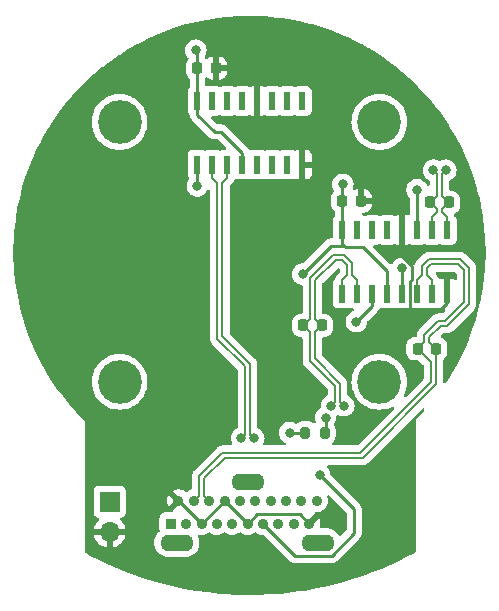
<source format=gbr>
%TF.GenerationSoftware,KiCad,Pcbnew,(6.0.0)*%
%TF.CreationDate,2022-02-14T22:10:37-06:00*%
%TF.ProjectId,MA710_encoder,4d413731-305f-4656-9e63-6f6465722e6b,rev?*%
%TF.SameCoordinates,Original*%
%TF.FileFunction,Copper,L1,Top*%
%TF.FilePolarity,Positive*%
%FSLAX46Y46*%
G04 Gerber Fmt 4.6, Leading zero omitted, Abs format (unit mm)*
G04 Created by KiCad (PCBNEW (6.0.0)) date 2022-02-14 22:10:37*
%MOMM*%
%LPD*%
G01*
G04 APERTURE LIST*
G04 Aperture macros list*
%AMRoundRect*
0 Rectangle with rounded corners*
0 $1 Rounding radius*
0 $2 $3 $4 $5 $6 $7 $8 $9 X,Y pos of 4 corners*
0 Add a 4 corners polygon primitive as box body*
4,1,4,$2,$3,$4,$5,$6,$7,$8,$9,$2,$3,0*
0 Add four circle primitives for the rounded corners*
1,1,$1+$1,$2,$3*
1,1,$1+$1,$4,$5*
1,1,$1+$1,$6,$7*
1,1,$1+$1,$8,$9*
0 Add four rect primitives between the rounded corners*
20,1,$1+$1,$2,$3,$4,$5,0*
20,1,$1+$1,$4,$5,$6,$7,0*
20,1,$1+$1,$6,$7,$8,$9,0*
20,1,$1+$1,$8,$9,$2,$3,0*%
G04 Aperture macros list end*
%TA.AperFunction,ComponentPad*%
%ADD10R,1.700000X1.700000*%
%TD*%
%TA.AperFunction,ComponentPad*%
%ADD11O,1.700000X1.700000*%
%TD*%
%TA.AperFunction,SMDPad,CuDef*%
%ADD12RoundRect,0.218750X-0.218750X-0.256250X0.218750X-0.256250X0.218750X0.256250X-0.218750X0.256250X0*%
%TD*%
%TA.AperFunction,ComponentPad*%
%ADD13R,0.900000X0.900000*%
%TD*%
%TA.AperFunction,ComponentPad*%
%ADD14C,0.900000*%
%TD*%
%TA.AperFunction,ComponentPad*%
%ADD15O,2.800000X1.400000*%
%TD*%
%TA.AperFunction,SMDPad,CuDef*%
%ADD16R,0.600000X1.500000*%
%TD*%
%TA.AperFunction,SMDPad,CuDef*%
%ADD17RoundRect,0.218750X0.218750X0.256250X-0.218750X0.256250X-0.218750X-0.256250X0.218750X-0.256250X0*%
%TD*%
%TA.AperFunction,SMDPad,CuDef*%
%ADD18RoundRect,0.200000X-0.200000X-0.275000X0.200000X-0.275000X0.200000X0.275000X-0.200000X0.275000X0*%
%TD*%
%TA.AperFunction,ViaPad*%
%ADD19C,0.800000*%
%TD*%
%TA.AperFunction,ViaPad*%
%ADD20C,3.700000*%
%TD*%
%TA.AperFunction,Conductor*%
%ADD21C,0.200000*%
%TD*%
%TA.AperFunction,Conductor*%
%ADD22C,0.250000*%
%TD*%
G04 APERTURE END LIST*
D10*
%TO.P,J1,1,Pin_1*%
%TO.N,TEMP_1*%
X152654000Y-136652000D03*
D11*
%TO.P,J1,2,Pin_2*%
%TO.N,GND*%
X152654000Y-139192000D03*
%TD*%
D12*
%TO.P,C2,1*%
%TO.N,+3V3*%
X160096000Y-99949000D03*
%TO.P,C2,2*%
%TO.N,GND*%
X161671000Y-99949000D03*
%TD*%
%TO.P,C3,1*%
%TO.N,+3V3*%
X172351500Y-111188500D03*
%TO.P,C3,2*%
%TO.N,GND*%
X173926500Y-111188500D03*
%TD*%
%TO.P,R1,1*%
%TO.N,SPI6_MOSI_+*%
X169037000Y-121729500D03*
%TO.P,R1,2*%
%TO.N,SPI6_MOSI_-*%
X170612000Y-121729500D03*
%TD*%
D13*
%TO.P,J4,1,1*%
%TO.N,SPI6_nSS_-*%
X157838000Y-138501000D03*
D14*
%TO.P,J4,2,2*%
%TO.N,GND*%
X158488000Y-136581000D03*
%TO.P,J4,3,3*%
%TO.N,SPI6_nSS_+*%
X159138000Y-138501000D03*
%TO.P,J4,4,4*%
%TO.N,SPI6_SCK_-*%
X159788000Y-136581000D03*
%TO.P,J4,5,5*%
%TO.N,GND*%
X160438000Y-138501000D03*
%TO.P,J4,6,6*%
%TO.N,SPI6_SCK_+*%
X161088000Y-136581000D03*
%TO.P,J4,7,7*%
%TO.N,SPI6_MOSI_-*%
X161738000Y-138501000D03*
%TO.P,J4,8,8*%
%TO.N,GND*%
X162388000Y-136581000D03*
%TO.P,J4,9,9*%
%TO.N,SPI6_MOSI_+*%
X163038000Y-138501000D03*
%TO.P,J4,10,10*%
%TO.N,SPI6_MISO_-*%
X163688000Y-136581000D03*
%TO.P,J4,11,11*%
%TO.N,GND*%
X164338000Y-138501000D03*
%TO.P,J4,12,12*%
%TO.N,SPI6_MISO_+*%
X164988000Y-136581000D03*
%TO.P,J4,13,13*%
%TO.N,TEMP_1*%
X165638000Y-138501000D03*
%TO.P,J4,14,14*%
%TO.N,unconnected-(J4-Pad14)*%
X166288000Y-136581000D03*
%TO.P,J4,15,15*%
%TO.N,+3V3*%
X166938000Y-138501000D03*
%TO.P,J4,16,16*%
X167588000Y-136581000D03*
%TO.P,J4,17,17*%
X168238000Y-138501000D03*
%TO.P,J4,18,18*%
%TO.N,unconnected-(J4-Pad18)*%
X168888000Y-136581000D03*
%TO.P,J4,19,19*%
%TO.N,GND*%
X169538000Y-138501000D03*
%TO.P,J4,20,20*%
%TO.N,+3V3*%
X170188000Y-136581000D03*
D15*
%TO.P,J4,SH1*%
%TO.N,N/C*%
X158338000Y-140121000D03*
%TO.P,J4,SH2*%
X170338000Y-140121000D03*
%TO.P,J4,SH3*%
X164338000Y-134961000D03*
%TD*%
D16*
%TO.P,U9,1,1A*%
%TO.N,SPI6_MISO*%
X160083500Y-108110000D03*
%TO.P,U9,2,1Y*%
%TO.N,SPI6_MISO_-*%
X161353500Y-108110000D03*
%TO.P,U9,3,1Z*%
%TO.N,SPI6_MISO_+*%
X162623500Y-108110000D03*
%TO.P,U9,4,G*%
%TO.N,+3V3*%
X163893500Y-108110000D03*
%TO.P,U9,5,2Z*%
%TO.N,unconnected-(U9-Pad5)*%
X165163500Y-108110000D03*
%TO.P,U9,6,2Y*%
%TO.N,unconnected-(U9-Pad6)*%
X166433500Y-108110000D03*
%TO.P,U9,7,2A*%
%TO.N,unconnected-(U9-Pad7)*%
X167703500Y-108110000D03*
%TO.P,U9,8,GND*%
%TO.N,GND*%
X168973500Y-108110000D03*
%TO.P,U9,9,3A*%
%TO.N,unconnected-(U9-Pad9)*%
X168973500Y-102710000D03*
%TO.P,U9,10,3Y*%
%TO.N,unconnected-(U9-Pad10)*%
X167703500Y-102710000D03*
%TO.P,U9,11,3Z*%
%TO.N,unconnected-(U9-Pad11)*%
X166433500Y-102710000D03*
%TO.P,U9,12,~{G}*%
%TO.N,GND*%
X165163500Y-102710000D03*
%TO.P,U9,13,4Z*%
%TO.N,unconnected-(U9-Pad13)*%
X163893500Y-102710000D03*
%TO.P,U9,14,4Y*%
%TO.N,unconnected-(U9-Pad14)*%
X162623500Y-102710000D03*
%TO.P,U9,15,4A*%
%TO.N,unconnected-(U9-Pad15)*%
X161353500Y-102710000D03*
%TO.P,U9,16,VCC*%
%TO.N,+3V3*%
X160083500Y-102710000D03*
%TD*%
%TO.P,U14,1,1B*%
%TO.N,SPI6_MOSI_-*%
X172339000Y-119032000D03*
%TO.P,U14,2,1A*%
%TO.N,SPI6_MOSI_+*%
X173609000Y-119032000D03*
%TO.P,U14,3,1Y*%
%TO.N,SPI6_MOSI*%
X174879000Y-119032000D03*
%TO.P,U14,4,G*%
%TO.N,+3V3*%
X176149000Y-119032000D03*
%TO.P,U14,5,2Y*%
%TO.N,SPI6_SCK*%
X177419000Y-119032000D03*
%TO.P,U14,6,2A*%
%TO.N,SPI6_SCK_+*%
X178689000Y-119032000D03*
%TO.P,U14,7,2B*%
%TO.N,SPI6_SCK_-*%
X179959000Y-119032000D03*
%TO.P,U14,8,GND*%
%TO.N,GND*%
X181229000Y-119032000D03*
%TO.P,U14,9,3B*%
%TO.N,SPI6_nSS_+*%
X181229000Y-113632000D03*
%TO.P,U14,10,3A*%
%TO.N,SPI6_nSS_-*%
X179959000Y-113632000D03*
%TO.P,U14,11,3Y*%
%TO.N,SPI6_nSS*%
X178689000Y-113632000D03*
%TO.P,U14,12,~{G}*%
%TO.N,GND*%
X177419000Y-113632000D03*
%TO.P,U14,13,4Y*%
%TO.N,unconnected-(U14-Pad13)*%
X176149000Y-113632000D03*
%TO.P,U14,14,4A*%
%TO.N,unconnected-(U14-Pad14)*%
X174879000Y-113632000D03*
%TO.P,U14,15,4B*%
%TO.N,unconnected-(U14-Pad15)*%
X173609000Y-113632000D03*
%TO.P,U14,16,VCC*%
%TO.N,+3V3*%
X172339000Y-113632000D03*
%TD*%
D17*
%TO.P,R3,1*%
%TO.N,SPI6_nSS_+*%
X181381500Y-111315500D03*
%TO.P,R3,2*%
%TO.N,SPI6_nSS_-*%
X179806500Y-111315500D03*
%TD*%
%TO.P,R2,1*%
%TO.N,SPI6_SCK_+*%
X180302000Y-123698000D03*
%TO.P,R2,2*%
%TO.N,SPI6_SCK_-*%
X178727000Y-123698000D03*
%TD*%
D18*
%TO.P,R4,1*%
%TO.N,TEMP_1*%
X169228000Y-130810000D03*
%TO.P,R4,2*%
%TO.N,+3V3*%
X170878000Y-130810000D03*
%TD*%
D19*
%TO.N,+3V3*%
X170942000Y-129540000D03*
%TO.N,TEMP_1*%
X167894000Y-130810000D03*
X170434000Y-134366000D03*
%TO.N,SPI6_MISO_-*%
X163813000Y-131265500D03*
%TO.N,SPI6_MISO_+*%
X164863000Y-131265500D03*
%TO.N,SPI6_nSS_-*%
X180069000Y-108585000D03*
%TO.N,SPI6_nSS_+*%
X181119000Y-108585000D03*
%TO.N,SPI6_MOSI_-*%
X172483000Y-128524000D03*
%TO.N,SPI6_MOSI_+*%
X171433000Y-128524000D03*
D20*
%TO.N,*%
X175500000Y-104500000D03*
X153500000Y-126500000D03*
X153500000Y-104500000D03*
X175500000Y-126500000D03*
D19*
%TO.N,GND*%
X168148000Y-118364000D03*
X167259000Y-115252500D03*
%TO.N,+3V3*%
X168993767Y-117386460D03*
X159956500Y-98425000D03*
X172402500Y-109791500D03*
%TO.N,SPI6_MISO*%
X160083500Y-109918500D03*
%TO.N,SPI6_SCK*%
X177419000Y-116903500D03*
%TO.N,SPI6_nSS*%
X178689000Y-110236000D03*
%TO.N,SPI6_MOSI*%
X173545500Y-121412000D03*
%TD*%
D21*
%TO.N,SPI6_MISO_+*%
X162623500Y-109235001D02*
X162213500Y-109645001D01*
X162623500Y-108110000D02*
X162623500Y-109235001D01*
%TO.N,SPI6_MISO_-*%
X161353500Y-109235001D02*
X161763500Y-109645001D01*
X161353500Y-108110000D02*
X161353500Y-109235001D01*
D22*
%TO.N,+3V3*%
X170942000Y-129540000D02*
X170942000Y-130746000D01*
X170942000Y-130746000D02*
X170878000Y-130810000D01*
%TO.N,TEMP_1*%
X167894000Y-130810000D02*
X169228000Y-130810000D01*
X173355000Y-137287000D02*
X170434000Y-134366000D01*
X173355000Y-139319000D02*
X173355000Y-137287000D01*
X171450000Y-141224000D02*
X173355000Y-139319000D01*
X165638000Y-138501000D02*
X168361000Y-141224000D01*
X168361000Y-141224000D02*
X171450000Y-141224000D01*
D21*
%TO.N,SPI6_MISO_-*%
X161763500Y-122838700D02*
X161763500Y-109645001D01*
X164112999Y-125188199D02*
X161763500Y-122838700D01*
%TO.N,SPI6_MISO_+*%
X162213500Y-122652300D02*
X162213500Y-109645001D01*
X164563001Y-125001801D02*
X162213500Y-122652300D01*
%TO.N,SPI6_MISO_-*%
X164112999Y-130965501D02*
X164112999Y-125188199D01*
X163813000Y-131265500D02*
X164112999Y-130965501D01*
%TO.N,SPI6_MISO_+*%
X164563001Y-130965501D02*
X164563001Y-125001801D01*
X164863000Y-131265500D02*
X164563001Y-130965501D01*
%TO.N,SPI6_nSS_-*%
X180368999Y-110753001D02*
X179806500Y-111315500D01*
X180368999Y-108884999D02*
X180368999Y-110753001D01*
%TO.N,SPI6_nSS_+*%
X180819001Y-110753001D02*
X181381500Y-111315500D01*
%TO.N,SPI6_nSS_-*%
X180069000Y-108585000D02*
X180368999Y-108884999D01*
%TO.N,SPI6_nSS_+*%
X180819001Y-108884999D02*
X180819001Y-110753001D01*
X181119000Y-108585000D02*
X180819001Y-108884999D01*
%TO.N,SPI6_SCK_-*%
X179851999Y-124822999D02*
X178727000Y-123698000D01*
X179851999Y-126534801D02*
X179851999Y-124822999D01*
X173896800Y-132490000D02*
X179851999Y-126534801D01*
X162212800Y-132490000D02*
X173896800Y-132490000D01*
X160212999Y-134489801D02*
X162212800Y-132490000D01*
X160212999Y-136156001D02*
X160212999Y-134489801D01*
X159788000Y-136581000D02*
X160212999Y-136156001D01*
%TO.N,SPI6_SCK_+*%
X180302000Y-126721200D02*
X180302000Y-123698000D01*
X160663001Y-134676199D02*
X162399200Y-132940000D01*
X174083200Y-132940000D02*
X180302000Y-126721200D01*
X161088000Y-136581000D02*
X160663001Y-136156001D01*
X160663001Y-136156001D02*
X160663001Y-134676199D01*
X162399200Y-132940000D02*
X174083200Y-132940000D01*
%TO.N,SPI6_MOSI_-*%
X170049501Y-124519301D02*
X170049501Y-122291999D01*
X172183001Y-126652801D02*
X170049501Y-124519301D01*
X170049501Y-122291999D02*
X170612000Y-121729500D01*
%TO.N,SPI6_MOSI_+*%
X169599499Y-124705699D02*
X169599499Y-122291999D01*
X171732999Y-126839199D02*
X169599499Y-124705699D01*
X169599499Y-122291999D02*
X169037000Y-121729500D01*
%TO.N,SPI6_MOSI_-*%
X172483000Y-128524000D02*
X172183001Y-128224001D01*
%TO.N,SPI6_MOSI_+*%
X171732999Y-128224001D02*
X171732999Y-126839199D01*
%TO.N,SPI6_MOSI_-*%
X172183001Y-128224001D02*
X172183001Y-126652801D01*
%TO.N,SPI6_MOSI_+*%
X171433000Y-128524000D02*
X171732999Y-128224001D01*
D22*
%TO.N,GND*%
X165113001Y-137725999D02*
X168762999Y-137725999D01*
X177419000Y-115830498D02*
X178263992Y-116675490D01*
X165163500Y-101092000D02*
X165163500Y-102710000D01*
X168973500Y-106616500D02*
X167640000Y-105283000D01*
X158518000Y-136581000D02*
X158488000Y-136581000D01*
X161671000Y-99949000D02*
X164020500Y-99949000D01*
X164020500Y-99949000D02*
X165163500Y-101092000D01*
X177419000Y-113632000D02*
X177419000Y-115830498D01*
X168762999Y-137725999D02*
X169538000Y-138501000D01*
X178263992Y-116675490D02*
X178263992Y-117822006D01*
X164338000Y-138501000D02*
X162418000Y-136581000D01*
X181229000Y-119824500D02*
X180594000Y-120459500D01*
X178263992Y-117822006D02*
X178063999Y-118021999D01*
X165163500Y-104648000D02*
X165163500Y-102710000D01*
X160438000Y-138501000D02*
X162358000Y-136581000D01*
X168973500Y-108110000D02*
X168973500Y-106616500D01*
X160438000Y-138501000D02*
X158518000Y-136581000D01*
X181229000Y-119032000D02*
X181229000Y-119824500D01*
X162358000Y-136581000D02*
X162388000Y-136581000D01*
X164338000Y-138501000D02*
X165113001Y-137725999D01*
X178063999Y-118021999D02*
X178063999Y-121040999D01*
X165798500Y-105283000D02*
X165163500Y-104648000D01*
X162418000Y-136581000D02*
X162388000Y-136581000D01*
X167640000Y-105283000D02*
X165798500Y-105283000D01*
%TO.N,+3V3*%
X163893500Y-108110000D02*
X163893500Y-107124500D01*
X176149000Y-119032000D02*
X176149000Y-117157500D01*
X172351500Y-109842500D02*
X172402500Y-109791500D01*
X171381727Y-114998500D02*
X168993767Y-117386460D01*
X172351500Y-111188500D02*
X172351500Y-109842500D01*
X172656500Y-115125500D02*
X172529500Y-114998500D01*
X161544000Y-105346500D02*
X160083500Y-103886000D01*
X160083500Y-99961500D02*
X160096000Y-99949000D01*
X172339000Y-113632000D02*
X172339000Y-111201000D01*
X172339000Y-114808000D02*
X172339000Y-113632000D01*
X163893500Y-107124500D02*
X162115500Y-105346500D01*
X160096000Y-99949000D02*
X160096000Y-98564500D01*
X160083500Y-102710000D02*
X160083500Y-99961500D01*
X162115500Y-105346500D02*
X161544000Y-105346500D01*
X172339000Y-111201000D02*
X172351500Y-111188500D01*
X172529500Y-114998500D02*
X172339000Y-114808000D01*
X172529500Y-114998500D02*
X171381727Y-114998500D01*
X160096000Y-98564500D02*
X159956500Y-98425000D01*
X176149000Y-117157500D02*
X174117000Y-115125500D01*
X174117000Y-115125500D02*
X172656500Y-115125500D01*
X160083500Y-103886000D02*
X160083500Y-102710000D01*
D21*
%TO.N,SPI6_SCK_-*%
X179549000Y-117496999D02*
X179549000Y-116869700D01*
X179549000Y-116869700D02*
X179861700Y-116557000D01*
X179861700Y-116557000D02*
X182151800Y-116557000D01*
X180500800Y-121314000D02*
X181072300Y-121314000D01*
X179289500Y-122525300D02*
X180500800Y-121314000D01*
X181072300Y-121314000D02*
X182655000Y-119731300D01*
X179959000Y-117906999D02*
X179549000Y-117496999D01*
X178727000Y-123698000D02*
X179289500Y-123135500D01*
X179289500Y-123135500D02*
X179289500Y-122525300D01*
X182655000Y-117060200D02*
X182655000Y-119731300D01*
X182151800Y-116557000D02*
X182655000Y-117060200D01*
X179959000Y-119032000D02*
X179959000Y-117906999D01*
%TO.N,SPI6_nSS_-*%
X180369000Y-112096999D02*
X179959000Y-112506999D01*
X179806500Y-111315500D02*
X180369000Y-111878000D01*
X180369000Y-111878000D02*
X180369000Y-112096999D01*
X179959000Y-112506999D02*
X179959000Y-113632000D01*
%TO.N,SPI6_nSS_+*%
X180819000Y-112096999D02*
X181229000Y-112506999D01*
X181381500Y-111315500D02*
X180819000Y-111878000D01*
X180819000Y-111878000D02*
X180819000Y-112096999D01*
X181229000Y-112506999D02*
X181229000Y-113632000D01*
%TO.N,SPI6_MOSI_-*%
X171797200Y-116176000D02*
X170049500Y-117923700D01*
X172749000Y-116615700D02*
X172309300Y-116176000D01*
X172749000Y-117496999D02*
X172749000Y-116615700D01*
X172309300Y-116176000D02*
X171797200Y-116176000D01*
X172339000Y-119032000D02*
X172339000Y-117906999D01*
X172339000Y-117906999D02*
X172749000Y-117496999D01*
X170049500Y-117923700D02*
X170049500Y-121167000D01*
X170049500Y-121167000D02*
X170612000Y-121729500D01*
%TO.N,SPI6_SCK_+*%
X179675300Y-116107000D02*
X182338200Y-116107000D01*
X179099000Y-117496999D02*
X179099000Y-116683300D01*
X182338200Y-116107000D02*
X183105000Y-116873800D01*
X178689000Y-119032000D02*
X178689000Y-117906999D01*
X179099000Y-116683300D02*
X179675300Y-116107000D01*
X180687200Y-121764000D02*
X181258700Y-121764000D01*
X179739500Y-122711700D02*
X180687200Y-121764000D01*
X180302000Y-123698000D02*
X179739500Y-123135500D01*
X183105000Y-116873800D02*
X183105000Y-119917700D01*
X179739500Y-123135500D02*
X179739500Y-122711700D01*
X181258700Y-121764000D02*
X183105000Y-119917700D01*
X178689000Y-117906999D02*
X179099000Y-117496999D01*
%TO.N,SPI6_MOSI_+*%
X169599500Y-117737300D02*
X169599500Y-121167000D01*
X173609000Y-119032000D02*
X173609000Y-117906999D01*
X173199000Y-116429300D02*
X172495700Y-115726000D01*
X173199000Y-117496999D02*
X173199000Y-116429300D01*
X173609000Y-117906999D02*
X173199000Y-117496999D01*
X172495700Y-115726000D02*
X171610800Y-115726000D01*
X169599500Y-121167000D02*
X169037000Y-121729500D01*
X171610800Y-115726000D02*
X169599500Y-117737300D01*
D22*
%TO.N,SPI6_MISO*%
X160083500Y-109918500D02*
X160083500Y-108110000D01*
%TO.N,SPI6_SCK*%
X177419000Y-116903500D02*
X177419000Y-119032000D01*
%TO.N,SPI6_nSS*%
X178689000Y-110236000D02*
X178689000Y-113632000D01*
%TO.N,SPI6_MOSI*%
X174879000Y-120078500D02*
X174879000Y-119032000D01*
X173545500Y-121412000D02*
X174879000Y-120078500D01*
%TD*%
%TA.AperFunction,Conductor*%
%TO.N,GND*%
G36*
X164683872Y-95513160D02*
G01*
X165283061Y-95523401D01*
X165288617Y-95523620D01*
X165944587Y-95564043D01*
X166170032Y-95577936D01*
X166175613Y-95578404D01*
X167053764Y-95671840D01*
X167059319Y-95672556D01*
X167932458Y-95804927D01*
X167937976Y-95805890D01*
X168168702Y-95851440D01*
X168804357Y-95976932D01*
X168809803Y-95978133D01*
X169257672Y-96087436D01*
X169667721Y-96187509D01*
X169673131Y-96188957D01*
X169858923Y-96243153D01*
X170520928Y-96436262D01*
X170526240Y-96437941D01*
X171362200Y-96722676D01*
X171367430Y-96724588D01*
X171545451Y-96794198D01*
X172189900Y-97046190D01*
X172195070Y-97048345D01*
X172375727Y-97128415D01*
X173002441Y-97406184D01*
X173007492Y-97408559D01*
X173304264Y-97556206D01*
X173798157Y-97801923D01*
X173803115Y-97804529D01*
X173986676Y-97906270D01*
X174575505Y-98232636D01*
X174580323Y-98235448D01*
X175332954Y-98697476D01*
X175337624Y-98700488D01*
X176068980Y-99195510D01*
X176073543Y-99198749D01*
X176234654Y-99318573D01*
X176782133Y-99725754D01*
X176786552Y-99729195D01*
X177425813Y-100250315D01*
X177471045Y-100287188D01*
X177475301Y-100290818D01*
X177992089Y-100751807D01*
X178134331Y-100878690D01*
X178138426Y-100882511D01*
X178770635Y-101499049D01*
X178774557Y-101503047D01*
X179378763Y-102147096D01*
X179382504Y-102151265D01*
X179957501Y-102821541D01*
X179961045Y-102825863D01*
X180495582Y-103508134D01*
X180505676Y-103521018D01*
X180509022Y-103525490D01*
X181015101Y-104234192D01*
X181022236Y-104244184D01*
X181025383Y-104248805D01*
X181354950Y-104756621D01*
X181506132Y-104989571D01*
X181509076Y-104994335D01*
X181956447Y-105755764D01*
X181959176Y-105760656D01*
X182372244Y-106541174D01*
X182374747Y-106546168D01*
X182739012Y-107315331D01*
X182752734Y-107344305D01*
X182755014Y-107349410D01*
X183046557Y-108043148D01*
X183097152Y-108163542D01*
X183099201Y-108168739D01*
X183387482Y-108950271D01*
X183404825Y-108997288D01*
X183406643Y-109002575D01*
X183583627Y-109557134D01*
X183675137Y-109843871D01*
X183676720Y-109849240D01*
X183888094Y-110629757D01*
X183907559Y-110701635D01*
X183908901Y-110707066D01*
X184073369Y-111442500D01*
X184101636Y-111568901D01*
X184102734Y-111574384D01*
X184256499Y-112441239D01*
X184256971Y-112443898D01*
X184257826Y-112449427D01*
X184301354Y-112779540D01*
X184373273Y-113324978D01*
X184373879Y-113330526D01*
X184391632Y-113534909D01*
X184450297Y-114210308D01*
X184450657Y-114215883D01*
X184479148Y-114890821D01*
X184487902Y-115098216D01*
X184488014Y-115103816D01*
X184486009Y-115986936D01*
X184485871Y-115992535D01*
X184466374Y-116409484D01*
X184444639Y-116874318D01*
X184444624Y-116874631D01*
X184444240Y-116880211D01*
X184363977Y-117758016D01*
X184363825Y-117759673D01*
X184363192Y-117765226D01*
X184274281Y-118416701D01*
X184243775Y-118640230D01*
X184242896Y-118645752D01*
X184206479Y-118845770D01*
X184084712Y-119514563D01*
X184083587Y-119520049D01*
X183886943Y-120380996D01*
X183885574Y-120386428D01*
X183868910Y-120446872D01*
X183653385Y-121228635D01*
X183650872Y-121237749D01*
X183649267Y-121243104D01*
X183380627Y-122071852D01*
X183376953Y-122083186D01*
X183375120Y-122088442D01*
X183117146Y-122778151D01*
X183065737Y-122915595D01*
X183063659Y-122920795D01*
X182717819Y-123733392D01*
X182715511Y-123738495D01*
X182394208Y-124409055D01*
X182333919Y-124534877D01*
X182331389Y-124539869D01*
X182052476Y-125061155D01*
X181914779Y-125318509D01*
X181912028Y-125323388D01*
X181461194Y-126082797D01*
X181458265Y-126087490D01*
X181141878Y-126570185D01*
X181087808Y-126616190D01*
X181017446Y-126625661D01*
X180953133Y-126595588D01*
X180915289Y-126535518D01*
X180910500Y-126501110D01*
X180910500Y-124638532D01*
X180930502Y-124570411D01*
X180964219Y-124537263D01*
X180963592Y-124536472D01*
X180969335Y-124531920D01*
X180975555Y-124528071D01*
X181095364Y-124408053D01*
X181184349Y-124263692D01*
X181186654Y-124256743D01*
X181235572Y-124109262D01*
X181235572Y-124109260D01*
X181237738Y-124102731D01*
X181248000Y-124002572D01*
X181248000Y-123393428D01*
X181237478Y-123292018D01*
X181183808Y-123131151D01*
X181094571Y-122986945D01*
X180974553Y-122867136D01*
X180830192Y-122778151D01*
X180823244Y-122775846D01*
X180823241Y-122775845D01*
X180801298Y-122768567D01*
X180742938Y-122728137D01*
X180715701Y-122662572D01*
X180728234Y-122592691D01*
X180751870Y-122559879D01*
X180902344Y-122409405D01*
X180964656Y-122375379D01*
X180991439Y-122372500D01*
X181210564Y-122372500D01*
X181227007Y-122373578D01*
X181258700Y-122377750D01*
X181266889Y-122376672D01*
X181298574Y-122372501D01*
X181298584Y-122372500D01*
X181298585Y-122372500D01*
X181398157Y-122359391D01*
X181409364Y-122357916D01*
X181409366Y-122357915D01*
X181417551Y-122356838D01*
X181565576Y-122295524D01*
X181582985Y-122282166D01*
X181660772Y-122222477D01*
X181660775Y-122222474D01*
X181686137Y-122203013D01*
X181692687Y-122197987D01*
X181712158Y-122172613D01*
X181723016Y-122160233D01*
X183501234Y-120382015D01*
X183513625Y-120371148D01*
X183532437Y-120356713D01*
X183538987Y-120351687D01*
X183563474Y-120319775D01*
X183563478Y-120319771D01*
X183636524Y-120224576D01*
X183697838Y-120076550D01*
X183718751Y-119917700D01*
X183714578Y-119886001D01*
X183713500Y-119869556D01*
X183713500Y-116921936D01*
X183714578Y-116905490D01*
X183717672Y-116881988D01*
X183718750Y-116873800D01*
X183713500Y-116833920D01*
X183713500Y-116833915D01*
X183697957Y-116715851D01*
X183697838Y-116714949D01*
X183636524Y-116566924D01*
X183563477Y-116471729D01*
X183563476Y-116471727D01*
X183544017Y-116446367D01*
X183544013Y-116446363D01*
X183538987Y-116439813D01*
X183513617Y-116420346D01*
X183501232Y-116409484D01*
X182802515Y-115710766D01*
X182791649Y-115698376D01*
X182777214Y-115679564D01*
X182777213Y-115679563D01*
X182772187Y-115673013D01*
X182740275Y-115648526D01*
X182740272Y-115648523D01*
X182651629Y-115580504D01*
X182651627Y-115580503D01*
X182645076Y-115575476D01*
X182497051Y-115514162D01*
X182488864Y-115513084D01*
X182488863Y-115513084D01*
X182477658Y-115511609D01*
X182446462Y-115507502D01*
X182378085Y-115498500D01*
X182378082Y-115498500D01*
X182378074Y-115498499D01*
X182346389Y-115494328D01*
X182338200Y-115493250D01*
X182306507Y-115497422D01*
X182290064Y-115498500D01*
X179723436Y-115498500D01*
X179706990Y-115497422D01*
X179683488Y-115494328D01*
X179675300Y-115493250D01*
X179667112Y-115494328D01*
X179635429Y-115498499D01*
X179635420Y-115498500D01*
X179635415Y-115498500D01*
X179516450Y-115514162D01*
X179368425Y-115575476D01*
X179361874Y-115580503D01*
X179361870Y-115580505D01*
X179342618Y-115595278D01*
X179273228Y-115648523D01*
X179273225Y-115648526D01*
X179241313Y-115673013D01*
X179236283Y-115679568D01*
X179221848Y-115698379D01*
X179210981Y-115710770D01*
X178702766Y-116218985D01*
X178690375Y-116229852D01*
X178665013Y-116249313D01*
X178640526Y-116281225D01*
X178640523Y-116281228D01*
X178567476Y-116376424D01*
X178564316Y-116384054D01*
X178518600Y-116494423D01*
X178508972Y-116517666D01*
X178506162Y-116524450D01*
X178505084Y-116532638D01*
X178502947Y-116540614D01*
X178501258Y-116540162D01*
X178476575Y-116595962D01*
X178417311Y-116635055D01*
X178346319Y-116635902D01*
X178286140Y-116598233D01*
X178260540Y-116553528D01*
X178253527Y-116531944D01*
X178249201Y-116524450D01*
X178189538Y-116421112D01*
X178158040Y-116366556D01*
X178081211Y-116281228D01*
X178034675Y-116229545D01*
X178034674Y-116229544D01*
X178030253Y-116224634D01*
X177875752Y-116112382D01*
X177869724Y-116109698D01*
X177869722Y-116109697D01*
X177707319Y-116037391D01*
X177707318Y-116037391D01*
X177701288Y-116034706D01*
X177607888Y-116014853D01*
X177520944Y-115996372D01*
X177520939Y-115996372D01*
X177514487Y-115995000D01*
X177323513Y-115995000D01*
X177317061Y-115996372D01*
X177317056Y-115996372D01*
X177230112Y-116014853D01*
X177136712Y-116034706D01*
X177130682Y-116037391D01*
X177130681Y-116037391D01*
X176968278Y-116109697D01*
X176968276Y-116109698D01*
X176962248Y-116112382D01*
X176807747Y-116224634D01*
X176803326Y-116229544D01*
X176803325Y-116229545D01*
X176756790Y-116281228D01*
X176679960Y-116366556D01*
X176619238Y-116471729D01*
X176606136Y-116494423D01*
X176554754Y-116543416D01*
X176485040Y-116556852D01*
X176419129Y-116530466D01*
X176407922Y-116520518D01*
X174993000Y-115105595D01*
X174958974Y-115043283D01*
X174964039Y-114972467D01*
X175006586Y-114915632D01*
X175073106Y-114890821D01*
X175082095Y-114890500D01*
X175227134Y-114890500D01*
X175289316Y-114883745D01*
X175425705Y-114832615D01*
X175438435Y-114823074D01*
X175504939Y-114798226D01*
X175574322Y-114813278D01*
X175589559Y-114823070D01*
X175602295Y-114832615D01*
X175738684Y-114883745D01*
X175800866Y-114890500D01*
X176497134Y-114890500D01*
X176559316Y-114883745D01*
X176695705Y-114832615D01*
X176702889Y-114827231D01*
X176702891Y-114827230D01*
X176708853Y-114822761D01*
X176775359Y-114797914D01*
X176844742Y-114812967D01*
X176859981Y-114822761D01*
X176865352Y-114826786D01*
X176880946Y-114835324D01*
X177001394Y-114880478D01*
X177016649Y-114884105D01*
X177067514Y-114889631D01*
X177074328Y-114890000D01*
X177146885Y-114890000D01*
X177162124Y-114885525D01*
X177163329Y-114884135D01*
X177165000Y-114876452D01*
X177165000Y-114871884D01*
X177673000Y-114871884D01*
X177677475Y-114887123D01*
X177678865Y-114888328D01*
X177686548Y-114889999D01*
X177763669Y-114889999D01*
X177770490Y-114889629D01*
X177821352Y-114884105D01*
X177836604Y-114880479D01*
X177957054Y-114835324D01*
X177972648Y-114826786D01*
X177978019Y-114822761D01*
X178044526Y-114797914D01*
X178113908Y-114812968D01*
X178129147Y-114822761D01*
X178135109Y-114827230D01*
X178135111Y-114827231D01*
X178142295Y-114832615D01*
X178278684Y-114883745D01*
X178340866Y-114890500D01*
X179037134Y-114890500D01*
X179099316Y-114883745D01*
X179235705Y-114832615D01*
X179248435Y-114823074D01*
X179314939Y-114798226D01*
X179384322Y-114813278D01*
X179399559Y-114823070D01*
X179412295Y-114832615D01*
X179548684Y-114883745D01*
X179610866Y-114890500D01*
X180307134Y-114890500D01*
X180369316Y-114883745D01*
X180505705Y-114832615D01*
X180518435Y-114823074D01*
X180584939Y-114798226D01*
X180654322Y-114813278D01*
X180669559Y-114823070D01*
X180682295Y-114832615D01*
X180818684Y-114883745D01*
X180880866Y-114890500D01*
X181577134Y-114890500D01*
X181639316Y-114883745D01*
X181775705Y-114832615D01*
X181892261Y-114745261D01*
X181979615Y-114628705D01*
X182030745Y-114492316D01*
X182037500Y-114430134D01*
X182037500Y-112833866D01*
X182030745Y-112771684D01*
X181979615Y-112635295D01*
X181945292Y-112589498D01*
X181897645Y-112525922D01*
X181897642Y-112525919D01*
X181892261Y-112518739D01*
X181885081Y-112513358D01*
X181885077Y-112513354D01*
X181881482Y-112510660D01*
X181878811Y-112507088D01*
X181878729Y-112507006D01*
X181878741Y-112506994D01*
X181838966Y-112453801D01*
X181832124Y-112426278D01*
X181824859Y-112371092D01*
X181835799Y-112300944D01*
X181882927Y-112247845D01*
X181897602Y-112240924D01*
X181897277Y-112240230D01*
X181903909Y-112237123D01*
X181910849Y-112234808D01*
X182055055Y-112145571D01*
X182174864Y-112025553D01*
X182182606Y-112012994D01*
X182215726Y-111959262D01*
X182263849Y-111881192D01*
X182300537Y-111770582D01*
X182315072Y-111726762D01*
X182315072Y-111726760D01*
X182317238Y-111720231D01*
X182327500Y-111620072D01*
X182327500Y-111010928D01*
X182316978Y-110909518D01*
X182263308Y-110748651D01*
X182174071Y-110604445D01*
X182054053Y-110484636D01*
X181909692Y-110395651D01*
X181902743Y-110393346D01*
X181755262Y-110344428D01*
X181755260Y-110344428D01*
X181748731Y-110342262D01*
X181648572Y-110332000D01*
X181553501Y-110332000D01*
X181485380Y-110311998D01*
X181438887Y-110258342D01*
X181427501Y-110206000D01*
X181427501Y-109523949D01*
X181447503Y-109455828D01*
X181502252Y-109408842D01*
X181550695Y-109387274D01*
X181575752Y-109376118D01*
X181586926Y-109368000D01*
X181673319Y-109305231D01*
X181730253Y-109263866D01*
X181745140Y-109247332D01*
X181853621Y-109126852D01*
X181853622Y-109126851D01*
X181858040Y-109121944D01*
X181953527Y-108956556D01*
X182012542Y-108774928D01*
X182032504Y-108585000D01*
X182031814Y-108578435D01*
X182013232Y-108401635D01*
X182013232Y-108401633D01*
X182012542Y-108395072D01*
X181953527Y-108213444D01*
X181926209Y-108166127D01*
X181861341Y-108053774D01*
X181858040Y-108048056D01*
X181730253Y-107906134D01*
X181575752Y-107793882D01*
X181569724Y-107791198D01*
X181569722Y-107791197D01*
X181407319Y-107718891D01*
X181407318Y-107718891D01*
X181401288Y-107716206D01*
X181307888Y-107696353D01*
X181220944Y-107677872D01*
X181220939Y-107677872D01*
X181214487Y-107676500D01*
X181023513Y-107676500D01*
X181017061Y-107677872D01*
X181017056Y-107677872D01*
X180930112Y-107696353D01*
X180836712Y-107716206D01*
X180830682Y-107718891D01*
X180830681Y-107718891D01*
X180668279Y-107791197D01*
X180662248Y-107793882D01*
X180656973Y-107797714D01*
X180588008Y-107814447D01*
X180531030Y-107797717D01*
X180525752Y-107793882D01*
X180519722Y-107791197D01*
X180357319Y-107718891D01*
X180357318Y-107718891D01*
X180351288Y-107716206D01*
X180257888Y-107696353D01*
X180170944Y-107677872D01*
X180170939Y-107677872D01*
X180164487Y-107676500D01*
X179973513Y-107676500D01*
X179967061Y-107677872D01*
X179967056Y-107677872D01*
X179880112Y-107696353D01*
X179786712Y-107716206D01*
X179780682Y-107718891D01*
X179780681Y-107718891D01*
X179618278Y-107791197D01*
X179618276Y-107791198D01*
X179612248Y-107793882D01*
X179457747Y-107906134D01*
X179329960Y-108048056D01*
X179326659Y-108053774D01*
X179261792Y-108166127D01*
X179234473Y-108213444D01*
X179175458Y-108395072D01*
X179174768Y-108401633D01*
X179174768Y-108401635D01*
X179156186Y-108578435D01*
X179155496Y-108585000D01*
X179175458Y-108774928D01*
X179234473Y-108956556D01*
X179329960Y-109121944D01*
X179334378Y-109126851D01*
X179334379Y-109126852D01*
X179442860Y-109247332D01*
X179457747Y-109263866D01*
X179514681Y-109305231D01*
X179601075Y-109368000D01*
X179612248Y-109376118D01*
X179637305Y-109387274D01*
X179685748Y-109408842D01*
X179739844Y-109454822D01*
X179760499Y-109523949D01*
X179760499Y-109805606D01*
X179740497Y-109873727D01*
X179686841Y-109920220D01*
X179616567Y-109930324D01*
X179551987Y-109900830D01*
X179524571Y-109863841D01*
X179523527Y-109864444D01*
X179431341Y-109704774D01*
X179428040Y-109699056D01*
X179418490Y-109688449D01*
X179304675Y-109562045D01*
X179304674Y-109562044D01*
X179300253Y-109557134D01*
X179145752Y-109444882D01*
X179139724Y-109442198D01*
X179139722Y-109442197D01*
X178977319Y-109369891D01*
X178977318Y-109369891D01*
X178971288Y-109367206D01*
X178875535Y-109346853D01*
X178790944Y-109328872D01*
X178790939Y-109328872D01*
X178784487Y-109327500D01*
X178593513Y-109327500D01*
X178587061Y-109328872D01*
X178587056Y-109328872D01*
X178502465Y-109346853D01*
X178406712Y-109367206D01*
X178400682Y-109369891D01*
X178400681Y-109369891D01*
X178238278Y-109442197D01*
X178238276Y-109442198D01*
X178232248Y-109444882D01*
X178077747Y-109557134D01*
X178073326Y-109562044D01*
X178073325Y-109562045D01*
X177959511Y-109688449D01*
X177949960Y-109699056D01*
X177946659Y-109704774D01*
X177864808Y-109846544D01*
X177854473Y-109864444D01*
X177795458Y-110046072D01*
X177775496Y-110236000D01*
X177776186Y-110242565D01*
X177793320Y-110405583D01*
X177795458Y-110425928D01*
X177854473Y-110607556D01*
X177949960Y-110772944D01*
X178023137Y-110854215D01*
X178053853Y-110918221D01*
X178055500Y-110938524D01*
X178055500Y-112283783D01*
X178035498Y-112351904D01*
X177981842Y-112398397D01*
X177911568Y-112408501D01*
X177885271Y-112401765D01*
X177836609Y-112383522D01*
X177821351Y-112379895D01*
X177770486Y-112374369D01*
X177763672Y-112374000D01*
X177691115Y-112374000D01*
X177675876Y-112378475D01*
X177674671Y-112379865D01*
X177673000Y-112387548D01*
X177673000Y-114871884D01*
X177165000Y-114871884D01*
X177165000Y-112392116D01*
X177160525Y-112376877D01*
X177159135Y-112375672D01*
X177151452Y-112374001D01*
X177074331Y-112374001D01*
X177067510Y-112374371D01*
X177016648Y-112379895D01*
X177001396Y-112383521D01*
X176880946Y-112428676D01*
X176865352Y-112437214D01*
X176859981Y-112441239D01*
X176793474Y-112466086D01*
X176724092Y-112451032D01*
X176708853Y-112441239D01*
X176702891Y-112436770D01*
X176702888Y-112436768D01*
X176695705Y-112431385D01*
X176559316Y-112380255D01*
X176497134Y-112373500D01*
X175800866Y-112373500D01*
X175738684Y-112380255D01*
X175602295Y-112431385D01*
X175589565Y-112440926D01*
X175523061Y-112465774D01*
X175453678Y-112450722D01*
X175438441Y-112440930D01*
X175425705Y-112431385D01*
X175289316Y-112380255D01*
X175227134Y-112373500D01*
X174530866Y-112373500D01*
X174468684Y-112380255D01*
X174332295Y-112431385D01*
X174319565Y-112440926D01*
X174253061Y-112465774D01*
X174183678Y-112450722D01*
X174168441Y-112440930D01*
X174155705Y-112431385D01*
X174113284Y-112415482D01*
X174056520Y-112372840D01*
X174031820Y-112306279D01*
X174047027Y-112236930D01*
X174097313Y-112186812D01*
X174157514Y-112171500D01*
X174190266Y-112171500D01*
X174196782Y-112171163D01*
X174288021Y-112161696D01*
X174301417Y-112158803D01*
X174448687Y-112109670D01*
X174461866Y-112103496D01*
X174593514Y-112022030D01*
X174604915Y-112012994D01*
X174714298Y-111903420D01*
X174723310Y-111892009D01*
X174804553Y-111760209D01*
X174810697Y-111747032D01*
X174859579Y-111599657D01*
X174862445Y-111586290D01*
X174871672Y-111496230D01*
X174872000Y-111489815D01*
X174872000Y-111460615D01*
X174867525Y-111445376D01*
X174866135Y-111444171D01*
X174858452Y-111442500D01*
X173798500Y-111442500D01*
X173730379Y-111422498D01*
X173683886Y-111368842D01*
X173672500Y-111316500D01*
X173672500Y-110916385D01*
X174180500Y-110916385D01*
X174184975Y-110931624D01*
X174186365Y-110932829D01*
X174194048Y-110934500D01*
X174853885Y-110934500D01*
X174869124Y-110930025D01*
X174870329Y-110928635D01*
X174872000Y-110920952D01*
X174872000Y-110887234D01*
X174871663Y-110880718D01*
X174862196Y-110789479D01*
X174859303Y-110776083D01*
X174810170Y-110628813D01*
X174803996Y-110615634D01*
X174722530Y-110483986D01*
X174713494Y-110472585D01*
X174603920Y-110363202D01*
X174592509Y-110354190D01*
X174460709Y-110272947D01*
X174447532Y-110266803D01*
X174300157Y-110217921D01*
X174286790Y-110215055D01*
X174197300Y-110205886D01*
X174183376Y-110209975D01*
X174182171Y-110211365D01*
X174180500Y-110219048D01*
X174180500Y-110916385D01*
X173672500Y-110916385D01*
X173672500Y-110223615D01*
X173668025Y-110208376D01*
X173666635Y-110207171D01*
X173659679Y-110205658D01*
X173656218Y-110205837D01*
X173564979Y-110215304D01*
X173551583Y-110218197D01*
X173415562Y-110263577D01*
X173344612Y-110266161D01*
X173283528Y-110229977D01*
X173251704Y-110166513D01*
X173255853Y-110105117D01*
X173294002Y-109987706D01*
X173296042Y-109981428D01*
X173316004Y-109791500D01*
X173296042Y-109601572D01*
X173237027Y-109419944D01*
X173207037Y-109367999D01*
X173180552Y-109322127D01*
X173141540Y-109254556D01*
X173135036Y-109247332D01*
X173018175Y-109117545D01*
X173018174Y-109117544D01*
X173013753Y-109112634D01*
X172859252Y-109000382D01*
X172853224Y-108997698D01*
X172853222Y-108997697D01*
X172690819Y-108925391D01*
X172690818Y-108925391D01*
X172684788Y-108922706D01*
X172591387Y-108902853D01*
X172504444Y-108884372D01*
X172504439Y-108884372D01*
X172497987Y-108883000D01*
X172307013Y-108883000D01*
X172300561Y-108884372D01*
X172300556Y-108884372D01*
X172213613Y-108902853D01*
X172120212Y-108922706D01*
X172114182Y-108925391D01*
X172114181Y-108925391D01*
X171951778Y-108997697D01*
X171951776Y-108997698D01*
X171945748Y-109000382D01*
X171791247Y-109112634D01*
X171786826Y-109117544D01*
X171786825Y-109117545D01*
X171669965Y-109247332D01*
X171663460Y-109254556D01*
X171624448Y-109322127D01*
X171597964Y-109367999D01*
X171567973Y-109419944D01*
X171508958Y-109601572D01*
X171488996Y-109791500D01*
X171508958Y-109981428D01*
X171567973Y-110163056D01*
X171627872Y-110266803D01*
X171631438Y-110272980D01*
X171648176Y-110341975D01*
X171624956Y-110409067D01*
X171611492Y-110424998D01*
X171558136Y-110478447D01*
X171554296Y-110484677D01*
X171554295Y-110484678D01*
X171534980Y-110516014D01*
X171469151Y-110622808D01*
X171466846Y-110629756D01*
X171466846Y-110629757D01*
X171419353Y-110772944D01*
X171415762Y-110783769D01*
X171405500Y-110883928D01*
X171405500Y-111493072D01*
X171416022Y-111594482D01*
X171469692Y-111755349D01*
X171558929Y-111899555D01*
X171564107Y-111904724D01*
X171668518Y-112008953D01*
X171702597Y-112071235D01*
X171705500Y-112098126D01*
X171705500Y-112438587D01*
X171685498Y-112506708D01*
X171675898Y-112518620D01*
X171675739Y-112518739D01*
X171674905Y-112519852D01*
X171674900Y-112519858D01*
X171635943Y-112571838D01*
X171588385Y-112635295D01*
X171537255Y-112771684D01*
X171530500Y-112833866D01*
X171530500Y-114237909D01*
X171510498Y-114306030D01*
X171456842Y-114352523D01*
X171408460Y-114363847D01*
X171378992Y-114364774D01*
X171373757Y-114364938D01*
X171369802Y-114365000D01*
X171341871Y-114365000D01*
X171337956Y-114365495D01*
X171337952Y-114365495D01*
X171337894Y-114365503D01*
X171337865Y-114365506D01*
X171326023Y-114366439D01*
X171281837Y-114367827D01*
X171264471Y-114372872D01*
X171262385Y-114373478D01*
X171243033Y-114377486D01*
X171230795Y-114379032D01*
X171230793Y-114379033D01*
X171222930Y-114380026D01*
X171181813Y-114396306D01*
X171170612Y-114400141D01*
X171128133Y-114412482D01*
X171121314Y-114416515D01*
X171121309Y-114416517D01*
X171110698Y-114422793D01*
X171092948Y-114431490D01*
X171074110Y-114438948D01*
X171067694Y-114443609D01*
X171067693Y-114443610D01*
X171038352Y-114464928D01*
X171028428Y-114471447D01*
X170997187Y-114489922D01*
X170997182Y-114489926D01*
X170990364Y-114493958D01*
X170976040Y-114508282D01*
X170961008Y-114521121D01*
X170944620Y-114533028D01*
X170916439Y-114567093D01*
X170908449Y-114575873D01*
X169043267Y-116441055D01*
X168980955Y-116475081D01*
X168954172Y-116477960D01*
X168898280Y-116477960D01*
X168891828Y-116479332D01*
X168891823Y-116479332D01*
X168820828Y-116494423D01*
X168711479Y-116517666D01*
X168705449Y-116520351D01*
X168705448Y-116520351D01*
X168543045Y-116592657D01*
X168543043Y-116592658D01*
X168537015Y-116595342D01*
X168382514Y-116707594D01*
X168378093Y-116712504D01*
X168378092Y-116712505D01*
X168313268Y-116784500D01*
X168254727Y-116849516D01*
X168159240Y-117014904D01*
X168100225Y-117196532D01*
X168099535Y-117203093D01*
X168099535Y-117203095D01*
X168091257Y-117281855D01*
X168080263Y-117386460D01*
X168080953Y-117393025D01*
X168086449Y-117445312D01*
X168100225Y-117576388D01*
X168159240Y-117758016D01*
X168162543Y-117763738D01*
X168162544Y-117763739D01*
X168171872Y-117779895D01*
X168254727Y-117923404D01*
X168259145Y-117928311D01*
X168259146Y-117928312D01*
X168378092Y-118060415D01*
X168382514Y-118065326D01*
X168481610Y-118137324D01*
X168528903Y-118171684D01*
X168537015Y-118177578D01*
X168543043Y-118180262D01*
X168543045Y-118180263D01*
X168671115Y-118237283D01*
X168711479Y-118255254D01*
X168891198Y-118293455D01*
X168953670Y-118327182D01*
X168987992Y-118389332D01*
X168991000Y-118416701D01*
X168991000Y-120620000D01*
X168970998Y-120688121D01*
X168917342Y-120734614D01*
X168865000Y-120746000D01*
X168769928Y-120746000D01*
X168766682Y-120746337D01*
X168766678Y-120746337D01*
X168732897Y-120749842D01*
X168668518Y-120756522D01*
X168507651Y-120810192D01*
X168363445Y-120899429D01*
X168243636Y-121019447D01*
X168154651Y-121163808D01*
X168152346Y-121170756D01*
X168152346Y-121170757D01*
X168130126Y-121237749D01*
X168101262Y-121324769D01*
X168091000Y-121424928D01*
X168091000Y-122034072D01*
X168101522Y-122135482D01*
X168155192Y-122296349D01*
X168244429Y-122440555D01*
X168364447Y-122560364D01*
X168508808Y-122649349D01*
X168515756Y-122651654D01*
X168515757Y-122651654D01*
X168663238Y-122700572D01*
X168663240Y-122700572D01*
X168669769Y-122702738D01*
X168769928Y-122713000D01*
X168864999Y-122713000D01*
X168933120Y-122733002D01*
X168979613Y-122786658D01*
X168990999Y-122839000D01*
X168990999Y-124657563D01*
X168989921Y-124674006D01*
X168985749Y-124705699D01*
X168990999Y-124745579D01*
X168990999Y-124745584D01*
X168995940Y-124783114D01*
X169006661Y-124864550D01*
X169067975Y-125012575D01*
X169073002Y-125019126D01*
X169073003Y-125019128D01*
X169141019Y-125107768D01*
X169141025Y-125107774D01*
X169165512Y-125139686D01*
X169172067Y-125144716D01*
X169190878Y-125159151D01*
X169203269Y-125170018D01*
X171087594Y-127054343D01*
X171121620Y-127116655D01*
X171124499Y-127143438D01*
X171124499Y-127585051D01*
X171104497Y-127653172D01*
X171049748Y-127700158D01*
X170976248Y-127732882D01*
X170821747Y-127845134D01*
X170817326Y-127850044D01*
X170817325Y-127850045D01*
X170740459Y-127935414D01*
X170693960Y-127987056D01*
X170598473Y-128152444D01*
X170539458Y-128334072D01*
X170538768Y-128340633D01*
X170538768Y-128340635D01*
X170531885Y-128406122D01*
X170519496Y-128524000D01*
X170520186Y-128530565D01*
X170531421Y-128637464D01*
X170518649Y-128707302D01*
X170480172Y-128752570D01*
X170330747Y-128861134D01*
X170326326Y-128866044D01*
X170326325Y-128866045D01*
X170262541Y-128936885D01*
X170202960Y-129003056D01*
X170107473Y-129168444D01*
X170048458Y-129350072D01*
X170047768Y-129356633D01*
X170047768Y-129356635D01*
X170038930Y-129440729D01*
X170028496Y-129540000D01*
X170029186Y-129546565D01*
X170038918Y-129639156D01*
X170048458Y-129729928D01*
X170050498Y-129736206D01*
X170090116Y-129858137D01*
X170092144Y-129929104D01*
X170055481Y-129989902D01*
X169991769Y-130021228D01*
X169921235Y-130013135D01*
X169881188Y-129986168D01*
X169868381Y-129973361D01*
X169721699Y-129884528D01*
X169714452Y-129882257D01*
X169714450Y-129882256D01*
X169637486Y-129858137D01*
X169558062Y-129833247D01*
X169484635Y-129826500D01*
X169481737Y-129826500D01*
X169227335Y-129826501D01*
X168971366Y-129826501D01*
X168968508Y-129826764D01*
X168968499Y-129826764D01*
X168932996Y-129830026D01*
X168897938Y-129833247D01*
X168891560Y-129835246D01*
X168891559Y-129835246D01*
X168741550Y-129882256D01*
X168741548Y-129882257D01*
X168734301Y-129884528D01*
X168587619Y-129973361D01*
X168537673Y-130023307D01*
X168475361Y-130057333D01*
X168404546Y-130052268D01*
X168374518Y-130036149D01*
X168356842Y-130023307D01*
X168350752Y-130018882D01*
X168344724Y-130016198D01*
X168344722Y-130016197D01*
X168182319Y-129943891D01*
X168182318Y-129943891D01*
X168176288Y-129941206D01*
X168063721Y-129917279D01*
X167995944Y-129902872D01*
X167995939Y-129902872D01*
X167989487Y-129901500D01*
X167798513Y-129901500D01*
X167792061Y-129902872D01*
X167792056Y-129902872D01*
X167724279Y-129917279D01*
X167611712Y-129941206D01*
X167605682Y-129943891D01*
X167605681Y-129943891D01*
X167443278Y-130016197D01*
X167443276Y-130016198D01*
X167437248Y-130018882D01*
X167431907Y-130022762D01*
X167431906Y-130022763D01*
X167421424Y-130030379D01*
X167282747Y-130131134D01*
X167154960Y-130273056D01*
X167059473Y-130438444D01*
X167000458Y-130620072D01*
X166980496Y-130810000D01*
X167000458Y-130999928D01*
X167059473Y-131181556D01*
X167062776Y-131187278D01*
X167062777Y-131187279D01*
X167096686Y-131246010D01*
X167154960Y-131346944D01*
X167282747Y-131488866D01*
X167340405Y-131530757D01*
X167431158Y-131596693D01*
X167437248Y-131601118D01*
X167443274Y-131603801D01*
X167443281Y-131603805D01*
X167525461Y-131640393D01*
X167579557Y-131686373D01*
X167600207Y-131754300D01*
X167580855Y-131822608D01*
X167527644Y-131869610D01*
X167474213Y-131881500D01*
X165774635Y-131881500D01*
X165706514Y-131861498D01*
X165660021Y-131807842D01*
X165649917Y-131737568D01*
X165665515Y-131692503D01*
X165697527Y-131637056D01*
X165756542Y-131455428D01*
X165764607Y-131378699D01*
X165775814Y-131272065D01*
X165776504Y-131265500D01*
X165763789Y-131144526D01*
X165757232Y-131082135D01*
X165757232Y-131082133D01*
X165756542Y-131075572D01*
X165697527Y-130893944D01*
X165602040Y-130728556D01*
X165474253Y-130586634D01*
X165329204Y-130481249D01*
X165325094Y-130478263D01*
X165325093Y-130478262D01*
X165319752Y-130474382D01*
X165246252Y-130441658D01*
X165192156Y-130395678D01*
X165171501Y-130326551D01*
X165171501Y-125049937D01*
X165172579Y-125033491D01*
X165175673Y-125009989D01*
X165176751Y-125001801D01*
X165171501Y-124961923D01*
X165171501Y-124961916D01*
X165155839Y-124842951D01*
X165115508Y-124745584D01*
X165094525Y-124694925D01*
X165078476Y-124674009D01*
X165021484Y-124599737D01*
X165021478Y-124599729D01*
X165021475Y-124599726D01*
X164996988Y-124567814D01*
X164990433Y-124562784D01*
X164971622Y-124548349D01*
X164959231Y-124537482D01*
X162858905Y-122437156D01*
X162824879Y-122374844D01*
X162822000Y-122348061D01*
X162822000Y-109949240D01*
X162842002Y-109881119D01*
X162858905Y-109860145D01*
X163019734Y-109699316D01*
X163032125Y-109688449D01*
X163050937Y-109674014D01*
X163057487Y-109668988D01*
X163081974Y-109637076D01*
X163081978Y-109637072D01*
X163155024Y-109541877D01*
X163216338Y-109393852D01*
X163219164Y-109395023D01*
X163248542Y-109346853D01*
X163312411Y-109315848D01*
X163377502Y-109322127D01*
X163475782Y-109358971D01*
X163475788Y-109358973D01*
X163483184Y-109361745D01*
X163545366Y-109368500D01*
X164241634Y-109368500D01*
X164303816Y-109361745D01*
X164440205Y-109310615D01*
X164452935Y-109301074D01*
X164519439Y-109276226D01*
X164588822Y-109291278D01*
X164604059Y-109301070D01*
X164616795Y-109310615D01*
X164753184Y-109361745D01*
X164815366Y-109368500D01*
X165511634Y-109368500D01*
X165573816Y-109361745D01*
X165710205Y-109310615D01*
X165722935Y-109301074D01*
X165789439Y-109276226D01*
X165858822Y-109291278D01*
X165874059Y-109301070D01*
X165886795Y-109310615D01*
X166023184Y-109361745D01*
X166085366Y-109368500D01*
X166781634Y-109368500D01*
X166843816Y-109361745D01*
X166980205Y-109310615D01*
X166992935Y-109301074D01*
X167059439Y-109276226D01*
X167128822Y-109291278D01*
X167144059Y-109301070D01*
X167156795Y-109310615D01*
X167293184Y-109361745D01*
X167355366Y-109368500D01*
X168051634Y-109368500D01*
X168113816Y-109361745D01*
X168250205Y-109310615D01*
X168257389Y-109305231D01*
X168257391Y-109305230D01*
X168263353Y-109300761D01*
X168329859Y-109275914D01*
X168399242Y-109290967D01*
X168414481Y-109300761D01*
X168419852Y-109304786D01*
X168435446Y-109313324D01*
X168555894Y-109358478D01*
X168571149Y-109362105D01*
X168622014Y-109367631D01*
X168628828Y-109368000D01*
X168701385Y-109368000D01*
X168716624Y-109363525D01*
X168717829Y-109362135D01*
X168719500Y-109354452D01*
X168719500Y-109349884D01*
X169227500Y-109349884D01*
X169231975Y-109365123D01*
X169233365Y-109366328D01*
X169241048Y-109367999D01*
X169318169Y-109367999D01*
X169324990Y-109367629D01*
X169375852Y-109362105D01*
X169391104Y-109358479D01*
X169511554Y-109313324D01*
X169527149Y-109304786D01*
X169629224Y-109228285D01*
X169641785Y-109215724D01*
X169718286Y-109113649D01*
X169726824Y-109098054D01*
X169771978Y-108977606D01*
X169775605Y-108962351D01*
X169781131Y-108911486D01*
X169781500Y-108904672D01*
X169781500Y-108382115D01*
X169777025Y-108366876D01*
X169775635Y-108365671D01*
X169767952Y-108364000D01*
X169245615Y-108364000D01*
X169230376Y-108368475D01*
X169229171Y-108369865D01*
X169227500Y-108377548D01*
X169227500Y-109349884D01*
X168719500Y-109349884D01*
X168719500Y-107837885D01*
X169227500Y-107837885D01*
X169231975Y-107853124D01*
X169233365Y-107854329D01*
X169241048Y-107856000D01*
X169763384Y-107856000D01*
X169778623Y-107851525D01*
X169779828Y-107850135D01*
X169781499Y-107842452D01*
X169781499Y-107315331D01*
X169781129Y-107308510D01*
X169775605Y-107257648D01*
X169771979Y-107242396D01*
X169726824Y-107121946D01*
X169718286Y-107106351D01*
X169641785Y-107004276D01*
X169629224Y-106991715D01*
X169527149Y-106915214D01*
X169511554Y-106906676D01*
X169391106Y-106861522D01*
X169375851Y-106857895D01*
X169324986Y-106852369D01*
X169318172Y-106852000D01*
X169245615Y-106852000D01*
X169230376Y-106856475D01*
X169229171Y-106857865D01*
X169227500Y-106865548D01*
X169227500Y-107837885D01*
X168719500Y-107837885D01*
X168719500Y-106870116D01*
X168715025Y-106854877D01*
X168713635Y-106853672D01*
X168705952Y-106852001D01*
X168628831Y-106852001D01*
X168622010Y-106852371D01*
X168571148Y-106857895D01*
X168555896Y-106861521D01*
X168435446Y-106906676D01*
X168419852Y-106915214D01*
X168414481Y-106919239D01*
X168347974Y-106944086D01*
X168278592Y-106929032D01*
X168263353Y-106919239D01*
X168257391Y-106914770D01*
X168257388Y-106914768D01*
X168250205Y-106909385D01*
X168113816Y-106858255D01*
X168051634Y-106851500D01*
X167355366Y-106851500D01*
X167293184Y-106858255D01*
X167156795Y-106909385D01*
X167144065Y-106918926D01*
X167077561Y-106943774D01*
X167008178Y-106928722D01*
X166992941Y-106918930D01*
X166980205Y-106909385D01*
X166843816Y-106858255D01*
X166781634Y-106851500D01*
X166085366Y-106851500D01*
X166023184Y-106858255D01*
X165886795Y-106909385D01*
X165874065Y-106918926D01*
X165807561Y-106943774D01*
X165738178Y-106928722D01*
X165722941Y-106918930D01*
X165710205Y-106909385D01*
X165573816Y-106858255D01*
X165511634Y-106851500D01*
X164815366Y-106851500D01*
X164753184Y-106858255D01*
X164621967Y-106907446D01*
X164551161Y-106912629D01*
X164488792Y-106878708D01*
X164469407Y-106853811D01*
X164469325Y-106853672D01*
X164460512Y-106835724D01*
X164453052Y-106816883D01*
X164427064Y-106781113D01*
X164420548Y-106771193D01*
X164402080Y-106739965D01*
X164402078Y-106739962D01*
X164398042Y-106733138D01*
X164383721Y-106718817D01*
X164370880Y-106703783D01*
X164363631Y-106693806D01*
X164358972Y-106687393D01*
X164324895Y-106659202D01*
X164316116Y-106651212D01*
X162619152Y-104954247D01*
X162611612Y-104945961D01*
X162607500Y-104939482D01*
X162557848Y-104892856D01*
X162555007Y-104890102D01*
X162535270Y-104870365D01*
X162532073Y-104867885D01*
X162523051Y-104860180D01*
X162496600Y-104835341D01*
X162490821Y-104829914D01*
X162483875Y-104826095D01*
X162483872Y-104826093D01*
X162473066Y-104820152D01*
X162456547Y-104809301D01*
X162450218Y-104804392D01*
X162440541Y-104796886D01*
X162433272Y-104793741D01*
X162433268Y-104793738D01*
X162399963Y-104779326D01*
X162389313Y-104774109D01*
X162350560Y-104752805D01*
X162330937Y-104747767D01*
X162312234Y-104741363D01*
X162300920Y-104736467D01*
X162300919Y-104736467D01*
X162293645Y-104733319D01*
X162285822Y-104732080D01*
X162285812Y-104732077D01*
X162249976Y-104726401D01*
X162238356Y-104723995D01*
X162203211Y-104714972D01*
X162203210Y-104714972D01*
X162195530Y-104713000D01*
X162175276Y-104713000D01*
X162155565Y-104711449D01*
X162143386Y-104709520D01*
X162135557Y-104708280D01*
X162127665Y-104709026D01*
X162091539Y-104712441D01*
X162079681Y-104713000D01*
X161858595Y-104713000D01*
X161790474Y-104692998D01*
X161769499Y-104676095D01*
X161593404Y-104500000D01*
X173136439Y-104500000D01*
X173136709Y-104504119D01*
X173156217Y-104801742D01*
X173156660Y-104808507D01*
X173157464Y-104812547D01*
X173157464Y-104812550D01*
X173166938Y-104860180D01*
X173216975Y-105111735D01*
X173218300Y-105115639D01*
X173218301Y-105115642D01*
X173235034Y-105164936D01*
X173316354Y-105404496D01*
X173318177Y-105408192D01*
X173318180Y-105408200D01*
X173428721Y-105632352D01*
X173453096Y-105681780D01*
X173455390Y-105685213D01*
X173455391Y-105685215D01*
X173611532Y-105918896D01*
X173624861Y-105938845D01*
X173627575Y-105941939D01*
X173627579Y-105941945D01*
X173775679Y-106110820D01*
X173828710Y-106171290D01*
X173831799Y-106173999D01*
X174058055Y-106372421D01*
X174058061Y-106372425D01*
X174061155Y-106375139D01*
X174064581Y-106377428D01*
X174064586Y-106377432D01*
X174258318Y-106506879D01*
X174318219Y-106546904D01*
X174321918Y-106548728D01*
X174321923Y-106548731D01*
X174464435Y-106619010D01*
X174595504Y-106683646D01*
X174599409Y-106684971D01*
X174599410Y-106684972D01*
X174884358Y-106781699D01*
X174884361Y-106781700D01*
X174888265Y-106783025D01*
X175095540Y-106824254D01*
X175187450Y-106842536D01*
X175187453Y-106842536D01*
X175191493Y-106843340D01*
X175195604Y-106843609D01*
X175195608Y-106843610D01*
X175495881Y-106863291D01*
X175500000Y-106863561D01*
X175504119Y-106863291D01*
X175804392Y-106843610D01*
X175804396Y-106843609D01*
X175808507Y-106843340D01*
X175812547Y-106842536D01*
X175812550Y-106842536D01*
X175904460Y-106824254D01*
X176111735Y-106783025D01*
X176115639Y-106781700D01*
X176115642Y-106781699D01*
X176400590Y-106684972D01*
X176400591Y-106684971D01*
X176404496Y-106683646D01*
X176535565Y-106619010D01*
X176678077Y-106548731D01*
X176678082Y-106548728D01*
X176681781Y-106546904D01*
X176741682Y-106506879D01*
X176935414Y-106377432D01*
X176935419Y-106377428D01*
X176938845Y-106375139D01*
X176941939Y-106372425D01*
X176941945Y-106372421D01*
X177168201Y-106173999D01*
X177171290Y-106171290D01*
X177224321Y-106110820D01*
X177372421Y-105941945D01*
X177372425Y-105941939D01*
X177375139Y-105938845D01*
X177388469Y-105918896D01*
X177544609Y-105685215D01*
X177544610Y-105685213D01*
X177546904Y-105681780D01*
X177571279Y-105632352D01*
X177681820Y-105408200D01*
X177681823Y-105408192D01*
X177683646Y-105404496D01*
X177764966Y-105164936D01*
X177781699Y-105115642D01*
X177781700Y-105115639D01*
X177783025Y-105111735D01*
X177833062Y-104860180D01*
X177842536Y-104812550D01*
X177842536Y-104812547D01*
X177843340Y-104808507D01*
X177843784Y-104801742D01*
X177863291Y-104504119D01*
X177863561Y-104500000D01*
X177853814Y-104351298D01*
X177843610Y-104195608D01*
X177843609Y-104195604D01*
X177843340Y-104191493D01*
X177842297Y-104186246D01*
X177815627Y-104052170D01*
X177783025Y-103888265D01*
X177779076Y-103876630D01*
X177684975Y-103599419D01*
X177683646Y-103595504D01*
X177681823Y-103591808D01*
X177681820Y-103591800D01*
X177548730Y-103321923D01*
X177546904Y-103318220D01*
X177375139Y-103061155D01*
X177372425Y-103058061D01*
X177372421Y-103058055D01*
X177173999Y-102831799D01*
X177171290Y-102828710D01*
X177163115Y-102821541D01*
X176941945Y-102627579D01*
X176941939Y-102627575D01*
X176938845Y-102624861D01*
X176935419Y-102622572D01*
X176935414Y-102622568D01*
X176741682Y-102493121D01*
X176681781Y-102453096D01*
X176678082Y-102451272D01*
X176678077Y-102451269D01*
X176535565Y-102380990D01*
X176404496Y-102316354D01*
X176348412Y-102297316D01*
X176115642Y-102218301D01*
X176115639Y-102218300D01*
X176111735Y-102216975D01*
X175885039Y-102171883D01*
X175812550Y-102157464D01*
X175812547Y-102157464D01*
X175808507Y-102156660D01*
X175804396Y-102156391D01*
X175804392Y-102156390D01*
X175504119Y-102136709D01*
X175500000Y-102136439D01*
X175495881Y-102136709D01*
X175195608Y-102156390D01*
X175195604Y-102156391D01*
X175191493Y-102156660D01*
X175187453Y-102157464D01*
X175187450Y-102157464D01*
X175114961Y-102171883D01*
X174888265Y-102216975D01*
X174884361Y-102218300D01*
X174884358Y-102218301D01*
X174651588Y-102297316D01*
X174595504Y-102316354D01*
X174591808Y-102318177D01*
X174591800Y-102318180D01*
X174367648Y-102428721D01*
X174318220Y-102453096D01*
X174314787Y-102455390D01*
X174314785Y-102455391D01*
X174064586Y-102622568D01*
X174064581Y-102622572D01*
X174061155Y-102624861D01*
X174058061Y-102627575D01*
X174058055Y-102627579D01*
X173836885Y-102821541D01*
X173828710Y-102828710D01*
X173826001Y-102831799D01*
X173627579Y-103058055D01*
X173627575Y-103058061D01*
X173624861Y-103061155D01*
X173453096Y-103318220D01*
X173451270Y-103321923D01*
X173318180Y-103591800D01*
X173318177Y-103591808D01*
X173316354Y-103595504D01*
X173315025Y-103599419D01*
X173220925Y-103876630D01*
X173216975Y-103888265D01*
X173184373Y-104052170D01*
X173157704Y-104186246D01*
X173156660Y-104191493D01*
X173156391Y-104195604D01*
X173156390Y-104195608D01*
X173146186Y-104351298D01*
X173136439Y-104500000D01*
X161593404Y-104500000D01*
X161277000Y-104183595D01*
X161242975Y-104121283D01*
X161248040Y-104050467D01*
X161290587Y-103993632D01*
X161357107Y-103968821D01*
X161366096Y-103968500D01*
X161701634Y-103968500D01*
X161763816Y-103961745D01*
X161900205Y-103910615D01*
X161912935Y-103901074D01*
X161979439Y-103876226D01*
X162048822Y-103891278D01*
X162064059Y-103901070D01*
X162076795Y-103910615D01*
X162213184Y-103961745D01*
X162275366Y-103968500D01*
X162971634Y-103968500D01*
X163033816Y-103961745D01*
X163170205Y-103910615D01*
X163182935Y-103901074D01*
X163249439Y-103876226D01*
X163318822Y-103891278D01*
X163334059Y-103901070D01*
X163346795Y-103910615D01*
X163483184Y-103961745D01*
X163545366Y-103968500D01*
X164241634Y-103968500D01*
X164303816Y-103961745D01*
X164440205Y-103910615D01*
X164447389Y-103905231D01*
X164447391Y-103905230D01*
X164453353Y-103900761D01*
X164519859Y-103875914D01*
X164589242Y-103890967D01*
X164604481Y-103900761D01*
X164609852Y-103904786D01*
X164625446Y-103913324D01*
X164745894Y-103958478D01*
X164761149Y-103962105D01*
X164812014Y-103967631D01*
X164818828Y-103968000D01*
X164891385Y-103968000D01*
X164906624Y-103963525D01*
X164907829Y-103962135D01*
X164909500Y-103954452D01*
X164909500Y-103949884D01*
X165417500Y-103949884D01*
X165421975Y-103965123D01*
X165423365Y-103966328D01*
X165431048Y-103967999D01*
X165508169Y-103967999D01*
X165514990Y-103967629D01*
X165565852Y-103962105D01*
X165581104Y-103958479D01*
X165701554Y-103913324D01*
X165717148Y-103904786D01*
X165722519Y-103900761D01*
X165789026Y-103875914D01*
X165858408Y-103890968D01*
X165873647Y-103900761D01*
X165879609Y-103905230D01*
X165879611Y-103905231D01*
X165886795Y-103910615D01*
X166023184Y-103961745D01*
X166085366Y-103968500D01*
X166781634Y-103968500D01*
X166843816Y-103961745D01*
X166980205Y-103910615D01*
X166992935Y-103901074D01*
X167059439Y-103876226D01*
X167128822Y-103891278D01*
X167144059Y-103901070D01*
X167156795Y-103910615D01*
X167293184Y-103961745D01*
X167355366Y-103968500D01*
X168051634Y-103968500D01*
X168113816Y-103961745D01*
X168250205Y-103910615D01*
X168262935Y-103901074D01*
X168329439Y-103876226D01*
X168398822Y-103891278D01*
X168414059Y-103901070D01*
X168426795Y-103910615D01*
X168563184Y-103961745D01*
X168625366Y-103968500D01*
X169321634Y-103968500D01*
X169383816Y-103961745D01*
X169520205Y-103910615D01*
X169636761Y-103823261D01*
X169724115Y-103706705D01*
X169775245Y-103570316D01*
X169782000Y-103508134D01*
X169782000Y-101911866D01*
X169775245Y-101849684D01*
X169724115Y-101713295D01*
X169636761Y-101596739D01*
X169520205Y-101509385D01*
X169383816Y-101458255D01*
X169321634Y-101451500D01*
X168625366Y-101451500D01*
X168563184Y-101458255D01*
X168426795Y-101509385D01*
X168414065Y-101518926D01*
X168347561Y-101543774D01*
X168278178Y-101528722D01*
X168262941Y-101518930D01*
X168250205Y-101509385D01*
X168113816Y-101458255D01*
X168051634Y-101451500D01*
X167355366Y-101451500D01*
X167293184Y-101458255D01*
X167156795Y-101509385D01*
X167144065Y-101518926D01*
X167077561Y-101543774D01*
X167008178Y-101528722D01*
X166992941Y-101518930D01*
X166980205Y-101509385D01*
X166843816Y-101458255D01*
X166781634Y-101451500D01*
X166085366Y-101451500D01*
X166023184Y-101458255D01*
X165886795Y-101509385D01*
X165879612Y-101514768D01*
X165879609Y-101514770D01*
X165873647Y-101519239D01*
X165807141Y-101544086D01*
X165737758Y-101529033D01*
X165722519Y-101519239D01*
X165717148Y-101515214D01*
X165701554Y-101506676D01*
X165581106Y-101461522D01*
X165565851Y-101457895D01*
X165514986Y-101452369D01*
X165508172Y-101452000D01*
X165435615Y-101452000D01*
X165420376Y-101456475D01*
X165419171Y-101457865D01*
X165417500Y-101465548D01*
X165417500Y-103949884D01*
X164909500Y-103949884D01*
X164909500Y-101470116D01*
X164905025Y-101454877D01*
X164903635Y-101453672D01*
X164895952Y-101452001D01*
X164818831Y-101452001D01*
X164812010Y-101452371D01*
X164761148Y-101457895D01*
X164745896Y-101461521D01*
X164625446Y-101506676D01*
X164609852Y-101515214D01*
X164604481Y-101519239D01*
X164537974Y-101544086D01*
X164468592Y-101529032D01*
X164453353Y-101519239D01*
X164447391Y-101514770D01*
X164447388Y-101514768D01*
X164440205Y-101509385D01*
X164303816Y-101458255D01*
X164241634Y-101451500D01*
X163545366Y-101451500D01*
X163483184Y-101458255D01*
X163346795Y-101509385D01*
X163334065Y-101518926D01*
X163267561Y-101543774D01*
X163198178Y-101528722D01*
X163182941Y-101518930D01*
X163170205Y-101509385D01*
X163033816Y-101458255D01*
X162971634Y-101451500D01*
X162275366Y-101451500D01*
X162213184Y-101458255D01*
X162076795Y-101509385D01*
X162064065Y-101518926D01*
X161997561Y-101543774D01*
X161928178Y-101528722D01*
X161912941Y-101518930D01*
X161900205Y-101509385D01*
X161763816Y-101458255D01*
X161701634Y-101451500D01*
X161005366Y-101451500D01*
X160943184Y-101458255D01*
X160935788Y-101461027D01*
X160935782Y-101461029D01*
X160887229Y-101479231D01*
X160816422Y-101484414D01*
X160754053Y-101450493D01*
X160719924Y-101388237D01*
X160717000Y-101361249D01*
X160717000Y-100880554D01*
X160737002Y-100812433D01*
X160764234Y-100782364D01*
X160769555Y-100779071D01*
X160794741Y-100753841D01*
X160857023Y-100719762D01*
X160927843Y-100724765D01*
X160972932Y-100753686D01*
X160993580Y-100774298D01*
X161004991Y-100783310D01*
X161136791Y-100864553D01*
X161149968Y-100870697D01*
X161297343Y-100919579D01*
X161310710Y-100922445D01*
X161400200Y-100931614D01*
X161414124Y-100927525D01*
X161415329Y-100926135D01*
X161417000Y-100918452D01*
X161417000Y-100913885D01*
X161925000Y-100913885D01*
X161929475Y-100929124D01*
X161930865Y-100930329D01*
X161937821Y-100931842D01*
X161941282Y-100931663D01*
X162032521Y-100922196D01*
X162045917Y-100919303D01*
X162193187Y-100870170D01*
X162206366Y-100863996D01*
X162338014Y-100782530D01*
X162349415Y-100773494D01*
X162458798Y-100663920D01*
X162467810Y-100652509D01*
X162549053Y-100520709D01*
X162555197Y-100507532D01*
X162604079Y-100360157D01*
X162606945Y-100346790D01*
X162616172Y-100256730D01*
X162616500Y-100250315D01*
X162616500Y-100221115D01*
X162612025Y-100205876D01*
X162610635Y-100204671D01*
X162602952Y-100203000D01*
X161943115Y-100203000D01*
X161927876Y-100207475D01*
X161926671Y-100208865D01*
X161925000Y-100216548D01*
X161925000Y-100913885D01*
X161417000Y-100913885D01*
X161417000Y-99676885D01*
X161925000Y-99676885D01*
X161929475Y-99692124D01*
X161930865Y-99693329D01*
X161938548Y-99695000D01*
X162598385Y-99695000D01*
X162613624Y-99690525D01*
X162614829Y-99689135D01*
X162616500Y-99681452D01*
X162616500Y-99647734D01*
X162616163Y-99641218D01*
X162606696Y-99549979D01*
X162603803Y-99536583D01*
X162554670Y-99389313D01*
X162548496Y-99376134D01*
X162467030Y-99244486D01*
X162457994Y-99233085D01*
X162348420Y-99123702D01*
X162337009Y-99114690D01*
X162205209Y-99033447D01*
X162192032Y-99027303D01*
X162044657Y-98978421D01*
X162031290Y-98975555D01*
X161941800Y-98966386D01*
X161927876Y-98970475D01*
X161926671Y-98971865D01*
X161925000Y-98979548D01*
X161925000Y-99676885D01*
X161417000Y-99676885D01*
X161417000Y-98984115D01*
X161412525Y-98968876D01*
X161411135Y-98967671D01*
X161404179Y-98966158D01*
X161400718Y-98966337D01*
X161309479Y-98975804D01*
X161296083Y-98978697D01*
X161148813Y-99027830D01*
X161135634Y-99034004D01*
X161003986Y-99115470D01*
X160992585Y-99124506D01*
X160972967Y-99144158D01*
X160910684Y-99178237D01*
X160839864Y-99173234D01*
X160794777Y-99144314D01*
X160768554Y-99118137D01*
X160770382Y-99116305D01*
X160736340Y-99068277D01*
X160729500Y-99027327D01*
X160729500Y-98936885D01*
X160746381Y-98873885D01*
X160787723Y-98802279D01*
X160787724Y-98802278D01*
X160791027Y-98796556D01*
X160850042Y-98614928D01*
X160870004Y-98425000D01*
X160850042Y-98235072D01*
X160791027Y-98053444D01*
X160695540Y-97888056D01*
X160567753Y-97746134D01*
X160413252Y-97633882D01*
X160407224Y-97631198D01*
X160407222Y-97631197D01*
X160244819Y-97558891D01*
X160244818Y-97558891D01*
X160238788Y-97556206D01*
X160145388Y-97536353D01*
X160058444Y-97517872D01*
X160058439Y-97517872D01*
X160051987Y-97516500D01*
X159861013Y-97516500D01*
X159854561Y-97517872D01*
X159854556Y-97517872D01*
X159767612Y-97536353D01*
X159674212Y-97556206D01*
X159668182Y-97558891D01*
X159668181Y-97558891D01*
X159505778Y-97631197D01*
X159505776Y-97631198D01*
X159499748Y-97633882D01*
X159345247Y-97746134D01*
X159217460Y-97888056D01*
X159121973Y-98053444D01*
X159062958Y-98235072D01*
X159042996Y-98425000D01*
X159062958Y-98614928D01*
X159121973Y-98796556D01*
X159217460Y-98961944D01*
X159221878Y-98966851D01*
X159221879Y-98966852D01*
X159309050Y-99063665D01*
X159339767Y-99127672D01*
X159331003Y-99198126D01*
X159311263Y-99227167D01*
X159312345Y-99228021D01*
X159307807Y-99233767D01*
X159302636Y-99238947D01*
X159213651Y-99383308D01*
X159160262Y-99544269D01*
X159150000Y-99644428D01*
X159150000Y-100253572D01*
X159160522Y-100354982D01*
X159214192Y-100515849D01*
X159303429Y-100660055D01*
X159308607Y-100665224D01*
X159413018Y-100769453D01*
X159447097Y-100831735D01*
X159450000Y-100858626D01*
X159450000Y-101516587D01*
X159429998Y-101584708D01*
X159420398Y-101596620D01*
X159420239Y-101596739D01*
X159332885Y-101713295D01*
X159281755Y-101849684D01*
X159275000Y-101911866D01*
X159275000Y-103508134D01*
X159281755Y-103570316D01*
X159332885Y-103706705D01*
X159338271Y-103713891D01*
X159420239Y-103823261D01*
X159418635Y-103824463D01*
X159447121Y-103876630D01*
X159450000Y-103903413D01*
X159450000Y-103925856D01*
X159450497Y-103929790D01*
X159450497Y-103929791D01*
X159450505Y-103929856D01*
X159451438Y-103941693D01*
X159452827Y-103985889D01*
X159455077Y-103993632D01*
X159458478Y-104005339D01*
X159462487Y-104024700D01*
X159465026Y-104044797D01*
X159467945Y-104052168D01*
X159467945Y-104052170D01*
X159481304Y-104085912D01*
X159485149Y-104097142D01*
X159495271Y-104131983D01*
X159497482Y-104139593D01*
X159501515Y-104146412D01*
X159501517Y-104146417D01*
X159507793Y-104157028D01*
X159516488Y-104174776D01*
X159523948Y-104193617D01*
X159528610Y-104200033D01*
X159528610Y-104200034D01*
X159549936Y-104229387D01*
X159556452Y-104239307D01*
X159562075Y-104248814D01*
X159578958Y-104277362D01*
X159593279Y-104291683D01*
X159606119Y-104306716D01*
X159618028Y-104323107D01*
X159652105Y-104351298D01*
X159660884Y-104359288D01*
X161040348Y-105738753D01*
X161047888Y-105747039D01*
X161052000Y-105753518D01*
X161057777Y-105758943D01*
X161101651Y-105800143D01*
X161104493Y-105802898D01*
X161124230Y-105822635D01*
X161127427Y-105825115D01*
X161136447Y-105832818D01*
X161168679Y-105863086D01*
X161175625Y-105866905D01*
X161175628Y-105866907D01*
X161186434Y-105872848D01*
X161202953Y-105883699D01*
X161218959Y-105896114D01*
X161226228Y-105899259D01*
X161226232Y-105899262D01*
X161259537Y-105913674D01*
X161270187Y-105918891D01*
X161308940Y-105940195D01*
X161316615Y-105942166D01*
X161316616Y-105942166D01*
X161328562Y-105945233D01*
X161347267Y-105951637D01*
X161365855Y-105959681D01*
X161373678Y-105960920D01*
X161373688Y-105960923D01*
X161409524Y-105966599D01*
X161421144Y-105969005D01*
X161456289Y-105978028D01*
X161463970Y-105980000D01*
X161484224Y-105980000D01*
X161503934Y-105981551D01*
X161523943Y-105984720D01*
X161531835Y-105983974D01*
X161567961Y-105980559D01*
X161579819Y-105980000D01*
X161800906Y-105980000D01*
X161869027Y-106000002D01*
X161890001Y-106016905D01*
X162509501Y-106636405D01*
X162543527Y-106698717D01*
X162538462Y-106769532D01*
X162495915Y-106826368D01*
X162429395Y-106851179D01*
X162420406Y-106851500D01*
X162275366Y-106851500D01*
X162213184Y-106858255D01*
X162076795Y-106909385D01*
X162064065Y-106918926D01*
X161997561Y-106943774D01*
X161928178Y-106928722D01*
X161912941Y-106918930D01*
X161900205Y-106909385D01*
X161763816Y-106858255D01*
X161701634Y-106851500D01*
X161005366Y-106851500D01*
X160943184Y-106858255D01*
X160806795Y-106909385D01*
X160794065Y-106918926D01*
X160727561Y-106943774D01*
X160658178Y-106928722D01*
X160642941Y-106918930D01*
X160630205Y-106909385D01*
X160493816Y-106858255D01*
X160431634Y-106851500D01*
X159735366Y-106851500D01*
X159673184Y-106858255D01*
X159536795Y-106909385D01*
X159420239Y-106996739D01*
X159332885Y-107113295D01*
X159281755Y-107249684D01*
X159275000Y-107311866D01*
X159275000Y-108908134D01*
X159281755Y-108970316D01*
X159332885Y-109106705D01*
X159388436Y-109180826D01*
X159413284Y-109247332D01*
X159398231Y-109316715D01*
X159381246Y-109340701D01*
X159365240Y-109358478D01*
X159344460Y-109381556D01*
X159325601Y-109414221D01*
X159256304Y-109534247D01*
X159248973Y-109546944D01*
X159189958Y-109728572D01*
X159169996Y-109918500D01*
X159170686Y-109925065D01*
X159183468Y-110046675D01*
X159189958Y-110108428D01*
X159248973Y-110290056D01*
X159252276Y-110295778D01*
X159252277Y-110295779D01*
X159279114Y-110342262D01*
X159344460Y-110455444D01*
X159348878Y-110460351D01*
X159348879Y-110460352D01*
X159467825Y-110592455D01*
X159472247Y-110597366D01*
X159571343Y-110669364D01*
X159619492Y-110704346D01*
X159626748Y-110709618D01*
X159632776Y-110712302D01*
X159632778Y-110712303D01*
X159795181Y-110784609D01*
X159801212Y-110787294D01*
X159894612Y-110807147D01*
X159981556Y-110825628D01*
X159981561Y-110825628D01*
X159988013Y-110827000D01*
X160178987Y-110827000D01*
X160185439Y-110825628D01*
X160185444Y-110825628D01*
X160272388Y-110807147D01*
X160365788Y-110787294D01*
X160371819Y-110784609D01*
X160534222Y-110712303D01*
X160534224Y-110712302D01*
X160540252Y-110709618D01*
X160547509Y-110704346D01*
X160595657Y-110669364D01*
X160694753Y-110597366D01*
X160699175Y-110592455D01*
X160818121Y-110460352D01*
X160818122Y-110460351D01*
X160822540Y-110455444D01*
X160918027Y-110290056D01*
X160919580Y-110290953D01*
X160959875Y-110243546D01*
X161027802Y-110222898D01*
X161096110Y-110242251D01*
X161143111Y-110295463D01*
X161155000Y-110348892D01*
X161155000Y-122790564D01*
X161153922Y-122807007D01*
X161149750Y-122838700D01*
X161155000Y-122878580D01*
X161155000Y-122878585D01*
X161165610Y-122959175D01*
X161170662Y-122997551D01*
X161231976Y-123145576D01*
X161237003Y-123152127D01*
X161237004Y-123152129D01*
X161305020Y-123240769D01*
X161305026Y-123240775D01*
X161329513Y-123272687D01*
X161336068Y-123277717D01*
X161354879Y-123292152D01*
X161367270Y-123303019D01*
X163467594Y-125403343D01*
X163501620Y-125465655D01*
X163504499Y-125492438D01*
X163504499Y-130326551D01*
X163484497Y-130394672D01*
X163429748Y-130441658D01*
X163356248Y-130474382D01*
X163350907Y-130478262D01*
X163350906Y-130478263D01*
X163346796Y-130481249D01*
X163201747Y-130586634D01*
X163073960Y-130728556D01*
X162978473Y-130893944D01*
X162919458Y-131075572D01*
X162918768Y-131082133D01*
X162918768Y-131082135D01*
X162912211Y-131144526D01*
X162899496Y-131265500D01*
X162900186Y-131272065D01*
X162911394Y-131378699D01*
X162919458Y-131455428D01*
X162978473Y-131637056D01*
X163010485Y-131692502D01*
X163027222Y-131761495D01*
X163004002Y-131828587D01*
X162948195Y-131872474D01*
X162901365Y-131881500D01*
X162260944Y-131881500D01*
X162244498Y-131880422D01*
X162220988Y-131877327D01*
X162212800Y-131876249D01*
X162053949Y-131897162D01*
X161905924Y-131958476D01*
X161860105Y-131993634D01*
X161810737Y-132031515D01*
X161810721Y-132031529D01*
X161785366Y-132050984D01*
X161785363Y-132050987D01*
X161778813Y-132056013D01*
X161773783Y-132062568D01*
X161759348Y-132081379D01*
X161748481Y-132093770D01*
X159816765Y-134025486D01*
X159804374Y-134036353D01*
X159779012Y-134055814D01*
X159754525Y-134087726D01*
X159754522Y-134087729D01*
X159754516Y-134087737D01*
X159686734Y-134176072D01*
X159681475Y-134182925D01*
X159620161Y-134330950D01*
X159620161Y-134330951D01*
X159618413Y-134344227D01*
X159613450Y-134381925D01*
X159604499Y-134449916D01*
X159604499Y-134449921D01*
X159599249Y-134489801D01*
X159601631Y-134507891D01*
X159603421Y-134521491D01*
X159604499Y-134537937D01*
X159604499Y-135541552D01*
X159584497Y-135609673D01*
X159530841Y-135656166D01*
X159514074Y-135662425D01*
X159433120Y-135686251D01*
X159433109Y-135686256D01*
X159427202Y-135687994D01*
X159260621Y-135775080D01*
X159217058Y-135810106D01*
X159151438Y-135837201D01*
X159081583Y-135824518D01*
X159057793Y-135808993D01*
X159031048Y-135786867D01*
X159020877Y-135780007D01*
X158866456Y-135696512D01*
X158855150Y-135691760D01*
X158687452Y-135639849D01*
X158675439Y-135637383D01*
X158500848Y-135619032D01*
X158488580Y-135618947D01*
X158313759Y-135634857D01*
X158301710Y-135637155D01*
X158133300Y-135686721D01*
X158121931Y-135691314D01*
X158030020Y-135739364D01*
X158019871Y-135749152D01*
X158022325Y-135756115D01*
X158758115Y-136491905D01*
X158792141Y-136554217D01*
X158787076Y-136625032D01*
X158758115Y-136670095D01*
X158488000Y-136940210D01*
X158027204Y-137401007D01*
X158016015Y-137421498D01*
X158003965Y-137476887D01*
X157953762Y-137527088D01*
X157893378Y-137542500D01*
X157339866Y-137542500D01*
X157277684Y-137549255D01*
X157141295Y-137600385D01*
X157024739Y-137687739D01*
X156937385Y-137804295D01*
X156886255Y-137940684D01*
X156879500Y-138002866D01*
X156879500Y-138999134D01*
X156886255Y-139061316D01*
X156889028Y-139068714D01*
X156890362Y-139074323D01*
X156886660Y-139145223D01*
X156850111Y-139198849D01*
X156849700Y-139199204D01*
X156845149Y-139202474D01*
X156790826Y-139258531D01*
X156702087Y-139350103D01*
X156695023Y-139357392D01*
X156574703Y-139536447D01*
X156572444Y-139541593D01*
X156572443Y-139541595D01*
X156559910Y-139570146D01*
X156487992Y-139733980D01*
X156437632Y-139943745D01*
X156437309Y-139949350D01*
X156430297Y-140070965D01*
X156425214Y-140159113D01*
X156451130Y-140373277D01*
X156452777Y-140378631D01*
X156452778Y-140378635D01*
X156471103Y-140438199D01*
X156514563Y-140579466D01*
X156613505Y-140771164D01*
X156616920Y-140775614D01*
X156741415Y-140937860D01*
X156741419Y-140937864D01*
X156744831Y-140942311D01*
X156775447Y-140970169D01*
X156900242Y-141083724D01*
X156900245Y-141083726D01*
X156904389Y-141087497D01*
X156909141Y-141090478D01*
X157082379Y-141199151D01*
X157082383Y-141199153D01*
X157087135Y-141202134D01*
X157287293Y-141282597D01*
X157498537Y-141326344D01*
X157503148Y-141326610D01*
X157503149Y-141326610D01*
X157551452Y-141329395D01*
X157551456Y-141329395D01*
X157553275Y-141329500D01*
X159092735Y-141329500D01*
X159095522Y-141329251D01*
X159095528Y-141329251D01*
X159162240Y-141323297D01*
X159252872Y-141315208D01*
X159379740Y-141280501D01*
X159455536Y-141259766D01*
X159455540Y-141259765D01*
X159460952Y-141258284D01*
X159655663Y-141165411D01*
X159830851Y-141039526D01*
X159948047Y-140918589D01*
X159977074Y-140888636D01*
X159977076Y-140888633D01*
X159980977Y-140884608D01*
X160101297Y-140705553D01*
X160188008Y-140508020D01*
X160238368Y-140298255D01*
X160245828Y-140168883D01*
X160250463Y-140088494D01*
X160250463Y-140088491D01*
X160250786Y-140082887D01*
X160224870Y-139868723D01*
X160210697Y-139822652D01*
X160163085Y-139667891D01*
X160161437Y-139662534D01*
X160158864Y-139657548D01*
X160144030Y-139628807D01*
X160130561Y-139559100D01*
X160156917Y-139493176D01*
X160214730Y-139451967D01*
X160270915Y-139445904D01*
X160411728Y-139462695D01*
X160423977Y-139462952D01*
X160599017Y-139449483D01*
X160611095Y-139447353D01*
X160780181Y-139400144D01*
X160791610Y-139395711D01*
X160948305Y-139316559D01*
X160958661Y-139309987D01*
X161008515Y-139271036D01*
X161074509Y-139244858D01*
X161144180Y-139258515D01*
X161167751Y-139274371D01*
X161188324Y-139291880D01*
X161352409Y-139383584D01*
X161531180Y-139441670D01*
X161717830Y-139463927D01*
X161723965Y-139463455D01*
X161723967Y-139463455D01*
X161899105Y-139449979D01*
X161899109Y-139449978D01*
X161905247Y-139449506D01*
X161990378Y-139425737D01*
X162080350Y-139400616D01*
X162080353Y-139400615D01*
X162086294Y-139398956D01*
X162091798Y-139396176D01*
X162091800Y-139396175D01*
X162248572Y-139316984D01*
X162248574Y-139316983D01*
X162254075Y-139314204D01*
X162258934Y-139310408D01*
X162258937Y-139310406D01*
X162308906Y-139271367D01*
X162374900Y-139245190D01*
X162444571Y-139258848D01*
X162468142Y-139274703D01*
X162488324Y-139291880D01*
X162493702Y-139294886D01*
X162493704Y-139294887D01*
X162533242Y-139316984D01*
X162652409Y-139383584D01*
X162831180Y-139441670D01*
X163017830Y-139463927D01*
X163023965Y-139463455D01*
X163023967Y-139463455D01*
X163199105Y-139449979D01*
X163199109Y-139449978D01*
X163205247Y-139449506D01*
X163290378Y-139425737D01*
X163380350Y-139400616D01*
X163380353Y-139400615D01*
X163386294Y-139398956D01*
X163391798Y-139396176D01*
X163391800Y-139396175D01*
X163548574Y-139316983D01*
X163548576Y-139316982D01*
X163554075Y-139314204D01*
X163609307Y-139271052D01*
X163675301Y-139244874D01*
X163744972Y-139258531D01*
X163768545Y-139274389D01*
X163783918Y-139287473D01*
X163793991Y-139294474D01*
X163947230Y-139380116D01*
X163958470Y-139385027D01*
X164125429Y-139439275D01*
X164137403Y-139441908D01*
X164311728Y-139462695D01*
X164323977Y-139462952D01*
X164499017Y-139449483D01*
X164511095Y-139447353D01*
X164680181Y-139400144D01*
X164691610Y-139395711D01*
X164848305Y-139316559D01*
X164858661Y-139309987D01*
X164908515Y-139271036D01*
X164974509Y-139244858D01*
X165044180Y-139258515D01*
X165067751Y-139274371D01*
X165088324Y-139291880D01*
X165252409Y-139383584D01*
X165431180Y-139441670D01*
X165617830Y-139463927D01*
X165623964Y-139463455D01*
X165623965Y-139463455D01*
X165627319Y-139463197D01*
X165641011Y-139462143D01*
X165710464Y-139476859D01*
X165739773Y-139498677D01*
X167857343Y-141616247D01*
X167864887Y-141624537D01*
X167869000Y-141631018D01*
X167874777Y-141636443D01*
X167918667Y-141677658D01*
X167921509Y-141680413D01*
X167941231Y-141700135D01*
X167944355Y-141702558D01*
X167944359Y-141702562D01*
X167944424Y-141702612D01*
X167953445Y-141710317D01*
X167985679Y-141740586D01*
X167992627Y-141744405D01*
X167992629Y-141744407D01*
X168003432Y-141750346D01*
X168019959Y-141761202D01*
X168029698Y-141768757D01*
X168029700Y-141768758D01*
X168035960Y-141773614D01*
X168076540Y-141791174D01*
X168087188Y-141796391D01*
X168111976Y-141810018D01*
X168125940Y-141817695D01*
X168133616Y-141819666D01*
X168133619Y-141819667D01*
X168145562Y-141822733D01*
X168164267Y-141829137D01*
X168182855Y-141837181D01*
X168190678Y-141838420D01*
X168190688Y-141838423D01*
X168226524Y-141844099D01*
X168238144Y-141846505D01*
X168269959Y-141854673D01*
X168280970Y-141857500D01*
X168301224Y-141857500D01*
X168320934Y-141859051D01*
X168340943Y-141862220D01*
X168348835Y-141861474D01*
X168367580Y-141859702D01*
X168384962Y-141858059D01*
X168396819Y-141857500D01*
X171371233Y-141857500D01*
X171382416Y-141858027D01*
X171389909Y-141859702D01*
X171397835Y-141859453D01*
X171397836Y-141859453D01*
X171457986Y-141857562D01*
X171461945Y-141857500D01*
X171489856Y-141857500D01*
X171493791Y-141857003D01*
X171493856Y-141856995D01*
X171505693Y-141856062D01*
X171537951Y-141855048D01*
X171541970Y-141854922D01*
X171549889Y-141854673D01*
X171569343Y-141849021D01*
X171588700Y-141845013D01*
X171600930Y-141843468D01*
X171600931Y-141843468D01*
X171608797Y-141842474D01*
X171616168Y-141839555D01*
X171616170Y-141839555D01*
X171649912Y-141826196D01*
X171661142Y-141822351D01*
X171695983Y-141812229D01*
X171695984Y-141812229D01*
X171703593Y-141810018D01*
X171710412Y-141805985D01*
X171710417Y-141805983D01*
X171721028Y-141799707D01*
X171738776Y-141791012D01*
X171757617Y-141783552D01*
X171793387Y-141757564D01*
X171803307Y-141751048D01*
X171834535Y-141732580D01*
X171834538Y-141732578D01*
X171841362Y-141728542D01*
X171855683Y-141714221D01*
X171870717Y-141701380D01*
X171873624Y-141699268D01*
X171887107Y-141689472D01*
X171915298Y-141655395D01*
X171923288Y-141646616D01*
X173747253Y-139822652D01*
X173755539Y-139815112D01*
X173762018Y-139811000D01*
X173808644Y-139761348D01*
X173811398Y-139758507D01*
X173831135Y-139738770D01*
X173833615Y-139735573D01*
X173841320Y-139726551D01*
X173866159Y-139700100D01*
X173871586Y-139694321D01*
X173875405Y-139687375D01*
X173875407Y-139687372D01*
X173881348Y-139676566D01*
X173892199Y-139660047D01*
X173899758Y-139650301D01*
X173904614Y-139644041D01*
X173907759Y-139636772D01*
X173907762Y-139636768D01*
X173922174Y-139603463D01*
X173927391Y-139592813D01*
X173948695Y-139554060D01*
X173951896Y-139541595D01*
X173953733Y-139534438D01*
X173960137Y-139515734D01*
X173965033Y-139504420D01*
X173965033Y-139504419D01*
X173968181Y-139497145D01*
X173969420Y-139489322D01*
X173969423Y-139489312D01*
X173975099Y-139453476D01*
X173977505Y-139441856D01*
X173986528Y-139406711D01*
X173986528Y-139406710D01*
X173988500Y-139399030D01*
X173988500Y-139378776D01*
X173990051Y-139359065D01*
X173991980Y-139346886D01*
X173993220Y-139339057D01*
X173989059Y-139295038D01*
X173988500Y-139283181D01*
X173988500Y-137365767D01*
X173989027Y-137354584D01*
X173990702Y-137347091D01*
X173988562Y-137279000D01*
X173988500Y-137275043D01*
X173988500Y-137247144D01*
X173987996Y-137243153D01*
X173987063Y-137231311D01*
X173985923Y-137195036D01*
X173985674Y-137187111D01*
X173983462Y-137179497D01*
X173983461Y-137179492D01*
X173980023Y-137167659D01*
X173976012Y-137148295D01*
X173974467Y-137136064D01*
X173973474Y-137128203D01*
X173970557Y-137120836D01*
X173970556Y-137120831D01*
X173957198Y-137087092D01*
X173953354Y-137075865D01*
X173945645Y-137049332D01*
X173941018Y-137033407D01*
X173930707Y-137015972D01*
X173922012Y-136998224D01*
X173914552Y-136979383D01*
X173888564Y-136943613D01*
X173882048Y-136933693D01*
X173863580Y-136902465D01*
X173863578Y-136902462D01*
X173859542Y-136895638D01*
X173845221Y-136881317D01*
X173832380Y-136866283D01*
X173825131Y-136856306D01*
X173820472Y-136849893D01*
X173786395Y-136821702D01*
X173777616Y-136813712D01*
X171381122Y-134417217D01*
X171347096Y-134354905D01*
X171344907Y-134341292D01*
X171328232Y-134182635D01*
X171328232Y-134182633D01*
X171327542Y-134176072D01*
X171268527Y-133994444D01*
X171173040Y-133829056D01*
X171109789Y-133758808D01*
X171079073Y-133694803D01*
X171087837Y-133624349D01*
X171133299Y-133569818D01*
X171203426Y-133548500D01*
X174035064Y-133548500D01*
X174051507Y-133549578D01*
X174083200Y-133553750D01*
X174091389Y-133552672D01*
X174123074Y-133548501D01*
X174123084Y-133548500D01*
X174123085Y-133548500D01*
X174222657Y-133535391D01*
X174233864Y-133533916D01*
X174233866Y-133533915D01*
X174242051Y-133532838D01*
X174390076Y-133471524D01*
X174485272Y-133398477D01*
X174485275Y-133398474D01*
X174517187Y-133373987D01*
X174536658Y-133348613D01*
X174547516Y-133336233D01*
X179106143Y-128777606D01*
X179168455Y-128743580D01*
X179239270Y-128748645D01*
X179296106Y-128791192D01*
X179320917Y-128857712D01*
X179305826Y-128927086D01*
X179286738Y-128953325D01*
X178750749Y-129519485D01*
X178743758Y-129526114D01*
X178737433Y-129530104D01*
X178731489Y-129536832D01*
X178724654Y-129542648D01*
X178724634Y-129542625D01*
X178723266Y-129543878D01*
X178723287Y-129543899D01*
X178716892Y-129550204D01*
X178709672Y-129555535D01*
X178704240Y-129562677D01*
X178704237Y-129562680D01*
X178679703Y-129594939D01*
X178673859Y-129602064D01*
X178641090Y-129639156D01*
X178637274Y-129647280D01*
X178632343Y-129654784D01*
X178632319Y-129654768D01*
X178631360Y-129656352D01*
X178631384Y-129656366D01*
X178627016Y-129664212D01*
X178621582Y-129671357D01*
X178603874Y-129717596D01*
X178600271Y-129726060D01*
X178579225Y-129770865D01*
X178577843Y-129779735D01*
X178575216Y-129788322D01*
X178575188Y-129788314D01*
X178574713Y-129790100D01*
X178574741Y-129790106D01*
X178572750Y-129798865D01*
X178569540Y-129807246D01*
X178568812Y-129816191D01*
X178568811Y-129816194D01*
X178565524Y-129856566D01*
X178564437Y-129865742D01*
X178562006Y-129881338D01*
X178562005Y-129886211D01*
X178562005Y-129886214D01*
X178562004Y-129894698D01*
X178561588Y-129904901D01*
X178557730Y-129952281D01*
X178559544Y-129961081D01*
X178559655Y-129962904D01*
X178561989Y-129985812D01*
X178561704Y-131692499D01*
X178560179Y-140843661D01*
X178540166Y-140911778D01*
X178494327Y-140954357D01*
X178337554Y-141039526D01*
X177916499Y-141268268D01*
X177912585Y-141270306D01*
X176996569Y-141726740D01*
X176992594Y-141728634D01*
X176060976Y-142152391D01*
X176056894Y-142154161D01*
X175852958Y-142238349D01*
X175110938Y-142544668D01*
X175106788Y-142546296D01*
X174147591Y-142903103D01*
X174143386Y-142904583D01*
X173172195Y-143227226D01*
X173167940Y-143228557D01*
X172185892Y-143516658D01*
X172181593Y-143517837D01*
X171472788Y-143698809D01*
X171189989Y-143771013D01*
X171185673Y-143772033D01*
X170751478Y-143866667D01*
X170185732Y-143989972D01*
X170181360Y-143990844D01*
X169174351Y-144173272D01*
X169169951Y-144173989D01*
X168692502Y-144243139D01*
X168157097Y-144320683D01*
X168152716Y-144321238D01*
X167135293Y-144432012D01*
X167130857Y-144432416D01*
X166110172Y-144507127D01*
X166105755Y-144507372D01*
X165422262Y-144533142D01*
X165083048Y-144545931D01*
X165078591Y-144546020D01*
X164490747Y-144547374D01*
X164055173Y-144548377D01*
X164050729Y-144548308D01*
X163027895Y-144514462D01*
X163023444Y-144514236D01*
X162839469Y-144501621D01*
X162002398Y-144444223D01*
X161997997Y-144443843D01*
X161489040Y-144390800D01*
X160980107Y-144337760D01*
X160975682Y-144337220D01*
X159962157Y-144195192D01*
X159957754Y-144194495D01*
X158949919Y-144016708D01*
X158945543Y-144015856D01*
X157944626Y-143802529D01*
X157940283Y-143801523D01*
X156947527Y-143552918D01*
X156943223Y-143551759D01*
X155959880Y-143268191D01*
X155955619Y-143266880D01*
X154982928Y-142948705D01*
X154978716Y-142947244D01*
X154327670Y-142708473D01*
X154017865Y-142594852D01*
X154013769Y-142593267D01*
X153065985Y-142207104D01*
X153061903Y-142205356D01*
X152286585Y-141856995D01*
X152128375Y-141785909D01*
X152124345Y-141784012D01*
X152109620Y-141776759D01*
X151627880Y-141539480D01*
X151206259Y-141331812D01*
X151202296Y-141329772D01*
X151005925Y-141224260D01*
X150625827Y-141020030D01*
X150575288Y-140970169D01*
X150559465Y-140908718D01*
X150563146Y-139459966D01*
X151322257Y-139459966D01*
X151352565Y-139594446D01*
X151355645Y-139604275D01*
X151435770Y-139801603D01*
X151440413Y-139810794D01*
X151551694Y-139992388D01*
X151557777Y-140000699D01*
X151697213Y-140161667D01*
X151704580Y-140168883D01*
X151868434Y-140304916D01*
X151876881Y-140310831D01*
X152060756Y-140418279D01*
X152070042Y-140422729D01*
X152269001Y-140498703D01*
X152278899Y-140501579D01*
X152382250Y-140522606D01*
X152396299Y-140521410D01*
X152400000Y-140511065D01*
X152400000Y-140510517D01*
X152908000Y-140510517D01*
X152912064Y-140524359D01*
X152925478Y-140526393D01*
X152932184Y-140525534D01*
X152942262Y-140523392D01*
X153146255Y-140462191D01*
X153155842Y-140458433D01*
X153347095Y-140364739D01*
X153355945Y-140359464D01*
X153529328Y-140235792D01*
X153537200Y-140229139D01*
X153688052Y-140078812D01*
X153694730Y-140070965D01*
X153819003Y-139898020D01*
X153824313Y-139889183D01*
X153918670Y-139698267D01*
X153922469Y-139688672D01*
X153984377Y-139484910D01*
X153986555Y-139474837D01*
X153987986Y-139463962D01*
X153985775Y-139449778D01*
X153972617Y-139446000D01*
X152926115Y-139446000D01*
X152910876Y-139450475D01*
X152909671Y-139451865D01*
X152908000Y-139459548D01*
X152908000Y-140510517D01*
X152400000Y-140510517D01*
X152400000Y-139464115D01*
X152395525Y-139448876D01*
X152394135Y-139447671D01*
X152386452Y-139446000D01*
X151337225Y-139446000D01*
X151323694Y-139449973D01*
X151322257Y-139459966D01*
X150563146Y-139459966D01*
X150563340Y-139383584D01*
X150567998Y-137550134D01*
X151295500Y-137550134D01*
X151302255Y-137612316D01*
X151353385Y-137748705D01*
X151440739Y-137865261D01*
X151557295Y-137952615D01*
X151565704Y-137955767D01*
X151565705Y-137955768D01*
X151674960Y-137996726D01*
X151731725Y-138039367D01*
X151756425Y-138105929D01*
X151741218Y-138175278D01*
X151721825Y-138201759D01*
X151598590Y-138330717D01*
X151592104Y-138338727D01*
X151472098Y-138514649D01*
X151467000Y-138523623D01*
X151377338Y-138716783D01*
X151373775Y-138726470D01*
X151318389Y-138926183D01*
X151319912Y-138934607D01*
X151332292Y-138938000D01*
X153972344Y-138938000D01*
X153985875Y-138934027D01*
X153987180Y-138924947D01*
X153945214Y-138757875D01*
X153941894Y-138748124D01*
X153856972Y-138552814D01*
X153852105Y-138543739D01*
X153736426Y-138364926D01*
X153730136Y-138356757D01*
X153586293Y-138198677D01*
X153555241Y-138134831D01*
X153563635Y-138064333D01*
X153608812Y-138009564D01*
X153635256Y-137995895D01*
X153742297Y-137955767D01*
X153750705Y-137952615D01*
X153867261Y-137865261D01*
X153954615Y-137748705D01*
X154005745Y-137612316D01*
X154012500Y-137550134D01*
X154012500Y-136573704D01*
X157525975Y-136573704D01*
X157540664Y-136748632D01*
X157542879Y-136760699D01*
X157591265Y-136929443D01*
X157595784Y-136940855D01*
X157646282Y-137039113D01*
X157656001Y-137049332D01*
X157662801Y-137046988D01*
X158115979Y-136593811D01*
X158123592Y-136579868D01*
X158123461Y-136578034D01*
X158119210Y-136571420D01*
X157667935Y-136120146D01*
X157655560Y-136113389D01*
X157649171Y-136118171D01*
X157606175Y-136196381D01*
X157601345Y-136207651D01*
X157548264Y-136374984D01*
X157545714Y-136386978D01*
X157526146Y-136561435D01*
X157525975Y-136573704D01*
X154012500Y-136573704D01*
X154012500Y-135753866D01*
X154005745Y-135691684D01*
X153954615Y-135555295D01*
X153867261Y-135438739D01*
X153750705Y-135351385D01*
X153614316Y-135300255D01*
X153552134Y-135293500D01*
X151755866Y-135293500D01*
X151693684Y-135300255D01*
X151557295Y-135351385D01*
X151440739Y-135438739D01*
X151353385Y-135555295D01*
X151302255Y-135691684D01*
X151295500Y-135753866D01*
X151295500Y-137550134D01*
X150567998Y-137550134D01*
X150586825Y-130139846D01*
X150588326Y-130126259D01*
X150588167Y-130126247D01*
X150588841Y-130117296D01*
X150590777Y-130108529D01*
X150588655Y-130076944D01*
X150587341Y-130057399D01*
X150587057Y-130048632D01*
X150587081Y-130039285D01*
X150587081Y-130039281D01*
X150587092Y-130034813D01*
X150586470Y-130030388D01*
X150586469Y-130030379D01*
X150585300Y-130022072D01*
X150584354Y-130012965D01*
X150581622Y-129972298D01*
X150581622Y-129972296D01*
X150581020Y-129963343D01*
X150577929Y-129954917D01*
X150576063Y-129946135D01*
X150576122Y-129946122D01*
X150575766Y-129944701D01*
X150575708Y-129944718D01*
X150573209Y-129936092D01*
X150571960Y-129927206D01*
X150551494Y-129881888D01*
X150548035Y-129873422D01*
X150534000Y-129835159D01*
X150533998Y-129835155D01*
X150530907Y-129826729D01*
X150525574Y-129819507D01*
X150521320Y-129811605D01*
X150521372Y-129811577D01*
X150520630Y-129810311D01*
X150520580Y-129810343D01*
X150515762Y-129802767D01*
X150512069Y-129794589D01*
X150506229Y-129787777D01*
X150506227Y-129787773D01*
X150479705Y-129756833D01*
X150474010Y-129749680D01*
X150449800Y-129716896D01*
X150449799Y-129716895D01*
X150444465Y-129709672D01*
X150437316Y-129704235D01*
X150431019Y-129697848D01*
X150431062Y-129697806D01*
X150429996Y-129696801D01*
X150429957Y-129696845D01*
X150423205Y-129690925D01*
X150417364Y-129684111D01*
X150409844Y-129679210D01*
X150403095Y-129673292D01*
X150403441Y-129672898D01*
X150393956Y-129665068D01*
X149820735Y-129071912D01*
X149816933Y-129067799D01*
X149232071Y-128406122D01*
X149228456Y-128401844D01*
X148673587Y-127714839D01*
X148670166Y-127710404D01*
X148146374Y-126999415D01*
X148143152Y-126994833D01*
X147986481Y-126761085D01*
X147811488Y-126500000D01*
X151136439Y-126500000D01*
X151136709Y-126504119D01*
X151153552Y-126761085D01*
X151156660Y-126808507D01*
X151216975Y-127111735D01*
X151218300Y-127115639D01*
X151218301Y-127115642D01*
X151231725Y-127155187D01*
X151316354Y-127404496D01*
X151318177Y-127408192D01*
X151318180Y-127408200D01*
X151405073Y-127584399D01*
X151453096Y-127681780D01*
X151455390Y-127685213D01*
X151455391Y-127685215D01*
X151565527Y-127850045D01*
X151624861Y-127938845D01*
X151627575Y-127941939D01*
X151627579Y-127941945D01*
X151812182Y-128152444D01*
X151828710Y-128171290D01*
X151831799Y-128173999D01*
X152058055Y-128372421D01*
X152058061Y-128372425D01*
X152061155Y-128375139D01*
X152064581Y-128377428D01*
X152064586Y-128377432D01*
X152104387Y-128404026D01*
X152318219Y-128546904D01*
X152321918Y-128548728D01*
X152321923Y-128548731D01*
X152390881Y-128582737D01*
X152595504Y-128683646D01*
X152599409Y-128684971D01*
X152599410Y-128684972D01*
X152884358Y-128781699D01*
X152884361Y-128781700D01*
X152888265Y-128783025D01*
X153114961Y-128828117D01*
X153187450Y-128842536D01*
X153187453Y-128842536D01*
X153191493Y-128843340D01*
X153195604Y-128843609D01*
X153195608Y-128843610D01*
X153495881Y-128863291D01*
X153500000Y-128863561D01*
X153504119Y-128863291D01*
X153804392Y-128843610D01*
X153804396Y-128843609D01*
X153808507Y-128843340D01*
X153812547Y-128842536D01*
X153812550Y-128842536D01*
X153885039Y-128828117D01*
X154111735Y-128783025D01*
X154115639Y-128781700D01*
X154115642Y-128781699D01*
X154400590Y-128684972D01*
X154400591Y-128684971D01*
X154404496Y-128683646D01*
X154609119Y-128582737D01*
X154678077Y-128548731D01*
X154678082Y-128548728D01*
X154681781Y-128546904D01*
X154895613Y-128404026D01*
X154935414Y-128377432D01*
X154935419Y-128377428D01*
X154938845Y-128375139D01*
X154941939Y-128372425D01*
X154941945Y-128372421D01*
X155168201Y-128173999D01*
X155171290Y-128171290D01*
X155187818Y-128152444D01*
X155372421Y-127941945D01*
X155372425Y-127941939D01*
X155375139Y-127938845D01*
X155434474Y-127850045D01*
X155544609Y-127685215D01*
X155544610Y-127685213D01*
X155546904Y-127681780D01*
X155594927Y-127584399D01*
X155681820Y-127408200D01*
X155681823Y-127408192D01*
X155683646Y-127404496D01*
X155768275Y-127155187D01*
X155781699Y-127115642D01*
X155781700Y-127115639D01*
X155783025Y-127111735D01*
X155843340Y-126808507D01*
X155846449Y-126761085D01*
X155863291Y-126504119D01*
X155863561Y-126500000D01*
X155853033Y-126339372D01*
X155843610Y-126195608D01*
X155843609Y-126195604D01*
X155843340Y-126191493D01*
X155783025Y-125888265D01*
X155683646Y-125595504D01*
X155681823Y-125591808D01*
X155681820Y-125591800D01*
X155562777Y-125350407D01*
X155546904Y-125318220D01*
X155423233Y-125133133D01*
X155377432Y-125064586D01*
X155377428Y-125064581D01*
X155375139Y-125061155D01*
X155372425Y-125058061D01*
X155372421Y-125058055D01*
X155173999Y-124831799D01*
X155171290Y-124828710D01*
X155076503Y-124745584D01*
X154941945Y-124627579D01*
X154941939Y-124627575D01*
X154938845Y-124624861D01*
X154935419Y-124622572D01*
X154935414Y-124622568D01*
X154741682Y-124493121D01*
X154681781Y-124453096D01*
X154678082Y-124451272D01*
X154678077Y-124451269D01*
X154535565Y-124380990D01*
X154404496Y-124316354D01*
X154267718Y-124269924D01*
X154115642Y-124218301D01*
X154115639Y-124218300D01*
X154111735Y-124216975D01*
X153885039Y-124171883D01*
X153812550Y-124157464D01*
X153812547Y-124157464D01*
X153808507Y-124156660D01*
X153804396Y-124156391D01*
X153804392Y-124156390D01*
X153504119Y-124136709D01*
X153500000Y-124136439D01*
X153495881Y-124136709D01*
X153195608Y-124156390D01*
X153195604Y-124156391D01*
X153191493Y-124156660D01*
X153187453Y-124157464D01*
X153187450Y-124157464D01*
X153114961Y-124171883D01*
X152888265Y-124216975D01*
X152884361Y-124218300D01*
X152884358Y-124218301D01*
X152732282Y-124269924D01*
X152595504Y-124316354D01*
X152591808Y-124318177D01*
X152591800Y-124318180D01*
X152407526Y-124409055D01*
X152318220Y-124453096D01*
X152314787Y-124455390D01*
X152314785Y-124455391D01*
X152064586Y-124622568D01*
X152064581Y-124622572D01*
X152061155Y-124624861D01*
X152058061Y-124627575D01*
X152058055Y-124627579D01*
X151923497Y-124745584D01*
X151828710Y-124828710D01*
X151826001Y-124831799D01*
X151627579Y-125058055D01*
X151627575Y-125058061D01*
X151624861Y-125061155D01*
X151622572Y-125064581D01*
X151622568Y-125064586D01*
X151576767Y-125133133D01*
X151453096Y-125318220D01*
X151437223Y-125350407D01*
X151318180Y-125591800D01*
X151318177Y-125591808D01*
X151316354Y-125595504D01*
X151216975Y-125888265D01*
X151156660Y-126191493D01*
X151156391Y-126195604D01*
X151156390Y-126195608D01*
X151146967Y-126339372D01*
X151136439Y-126500000D01*
X147811488Y-126500000D01*
X147651458Y-126261240D01*
X147648470Y-126256561D01*
X147189867Y-125501847D01*
X147187066Y-125496997D01*
X146762480Y-124722692D01*
X146759896Y-124717722D01*
X146454650Y-124097126D01*
X146370119Y-123925265D01*
X146367762Y-123920190D01*
X146013605Y-123111231D01*
X146011473Y-123106051D01*
X145693609Y-122282132D01*
X145691710Y-122276863D01*
X145581676Y-121948944D01*
X145410778Y-121439639D01*
X145409122Y-121434314D01*
X145406431Y-121424928D01*
X145165673Y-120585416D01*
X145164249Y-120580000D01*
X144958772Y-119721141D01*
X144957590Y-119715667D01*
X144790482Y-118848513D01*
X144789545Y-118842991D01*
X144661141Y-117969282D01*
X144660450Y-117963723D01*
X144571003Y-117085162D01*
X144570560Y-117079579D01*
X144561093Y-116913680D01*
X144538493Y-116517666D01*
X144520246Y-116197927D01*
X144520051Y-116192329D01*
X144514864Y-115779002D01*
X144508970Y-115309289D01*
X144509024Y-115303698D01*
X144537197Y-114421047D01*
X144537500Y-114415454D01*
X144604873Y-113534909D01*
X144605425Y-113529336D01*
X144711858Y-112652703D01*
X144712656Y-112647159D01*
X144857951Y-111776085D01*
X144858995Y-111770582D01*
X145042858Y-110906824D01*
X145044146Y-110901373D01*
X145130522Y-110568914D01*
X145266210Y-110046654D01*
X145267726Y-110041307D01*
X145527572Y-109197252D01*
X145529339Y-109191937D01*
X145826420Y-108360316D01*
X145828421Y-108355085D01*
X146162163Y-107537501D01*
X146164394Y-107532363D01*
X146450131Y-106912629D01*
X146534165Y-106730368D01*
X146536618Y-106725345D01*
X146539988Y-106718817D01*
X146822586Y-106171290D01*
X146941652Y-105940604D01*
X146944331Y-105935686D01*
X147383832Y-105169731D01*
X147386727Y-105164936D01*
X147571846Y-104873169D01*
X147808614Y-104500000D01*
X151136439Y-104500000D01*
X151136709Y-104504119D01*
X151156217Y-104801742D01*
X151156660Y-104808507D01*
X151157464Y-104812547D01*
X151157464Y-104812550D01*
X151166938Y-104860180D01*
X151216975Y-105111735D01*
X151218300Y-105115639D01*
X151218301Y-105115642D01*
X151235034Y-105164936D01*
X151316354Y-105404496D01*
X151318177Y-105408192D01*
X151318180Y-105408200D01*
X151428721Y-105632352D01*
X151453096Y-105681780D01*
X151455390Y-105685213D01*
X151455391Y-105685215D01*
X151611532Y-105918896D01*
X151624861Y-105938845D01*
X151627575Y-105941939D01*
X151627579Y-105941945D01*
X151775679Y-106110820D01*
X151828710Y-106171290D01*
X151831799Y-106173999D01*
X152058055Y-106372421D01*
X152058061Y-106372425D01*
X152061155Y-106375139D01*
X152064581Y-106377428D01*
X152064586Y-106377432D01*
X152258318Y-106506879D01*
X152318219Y-106546904D01*
X152321918Y-106548728D01*
X152321923Y-106548731D01*
X152464435Y-106619010D01*
X152595504Y-106683646D01*
X152599409Y-106684971D01*
X152599410Y-106684972D01*
X152884358Y-106781699D01*
X152884361Y-106781700D01*
X152888265Y-106783025D01*
X153095540Y-106824254D01*
X153187450Y-106842536D01*
X153187453Y-106842536D01*
X153191493Y-106843340D01*
X153195604Y-106843609D01*
X153195608Y-106843610D01*
X153495881Y-106863291D01*
X153500000Y-106863561D01*
X153504119Y-106863291D01*
X153804392Y-106843610D01*
X153804396Y-106843609D01*
X153808507Y-106843340D01*
X153812547Y-106842536D01*
X153812550Y-106842536D01*
X153904460Y-106824254D01*
X154111735Y-106783025D01*
X154115639Y-106781700D01*
X154115642Y-106781699D01*
X154400590Y-106684972D01*
X154400591Y-106684971D01*
X154404496Y-106683646D01*
X154535565Y-106619010D01*
X154678077Y-106548731D01*
X154678082Y-106548728D01*
X154681781Y-106546904D01*
X154741682Y-106506879D01*
X154935414Y-106377432D01*
X154935419Y-106377428D01*
X154938845Y-106375139D01*
X154941939Y-106372425D01*
X154941945Y-106372421D01*
X155168201Y-106173999D01*
X155171290Y-106171290D01*
X155224321Y-106110820D01*
X155372421Y-105941945D01*
X155372425Y-105941939D01*
X155375139Y-105938845D01*
X155388469Y-105918896D01*
X155544609Y-105685215D01*
X155544610Y-105685213D01*
X155546904Y-105681780D01*
X155571279Y-105632352D01*
X155681820Y-105408200D01*
X155681823Y-105408192D01*
X155683646Y-105404496D01*
X155764966Y-105164936D01*
X155781699Y-105115642D01*
X155781700Y-105115639D01*
X155783025Y-105111735D01*
X155833062Y-104860180D01*
X155842536Y-104812550D01*
X155842536Y-104812547D01*
X155843340Y-104808507D01*
X155843784Y-104801742D01*
X155863291Y-104504119D01*
X155863561Y-104500000D01*
X155853814Y-104351298D01*
X155843610Y-104195608D01*
X155843609Y-104195604D01*
X155843340Y-104191493D01*
X155842297Y-104186246D01*
X155815627Y-104052170D01*
X155783025Y-103888265D01*
X155779076Y-103876630D01*
X155684975Y-103599419D01*
X155683646Y-103595504D01*
X155681823Y-103591808D01*
X155681820Y-103591800D01*
X155548730Y-103321923D01*
X155546904Y-103318220D01*
X155375139Y-103061155D01*
X155372425Y-103058061D01*
X155372421Y-103058055D01*
X155173999Y-102831799D01*
X155171290Y-102828710D01*
X155163115Y-102821541D01*
X154941945Y-102627579D01*
X154941939Y-102627575D01*
X154938845Y-102624861D01*
X154935419Y-102622572D01*
X154935414Y-102622568D01*
X154741682Y-102493121D01*
X154681781Y-102453096D01*
X154678082Y-102451272D01*
X154678077Y-102451269D01*
X154535565Y-102380990D01*
X154404496Y-102316354D01*
X154348412Y-102297316D01*
X154115642Y-102218301D01*
X154115639Y-102218300D01*
X154111735Y-102216975D01*
X153885039Y-102171883D01*
X153812550Y-102157464D01*
X153812547Y-102157464D01*
X153808507Y-102156660D01*
X153804396Y-102156391D01*
X153804392Y-102156390D01*
X153504119Y-102136709D01*
X153500000Y-102136439D01*
X153495881Y-102136709D01*
X153195608Y-102156390D01*
X153195604Y-102156391D01*
X153191493Y-102156660D01*
X153187453Y-102157464D01*
X153187450Y-102157464D01*
X153114961Y-102171883D01*
X152888265Y-102216975D01*
X152884361Y-102218300D01*
X152884358Y-102218301D01*
X152651588Y-102297316D01*
X152595504Y-102316354D01*
X152591808Y-102318177D01*
X152591800Y-102318180D01*
X152367648Y-102428721D01*
X152318220Y-102453096D01*
X152314787Y-102455390D01*
X152314785Y-102455391D01*
X152064586Y-102622568D01*
X152064581Y-102622572D01*
X152061155Y-102624861D01*
X152058061Y-102627575D01*
X152058055Y-102627579D01*
X151836885Y-102821541D01*
X151828710Y-102828710D01*
X151826001Y-102831799D01*
X151627579Y-103058055D01*
X151627575Y-103058061D01*
X151624861Y-103061155D01*
X151453096Y-103318220D01*
X151451270Y-103321923D01*
X151318180Y-103591800D01*
X151318177Y-103591808D01*
X151316354Y-103595504D01*
X151315025Y-103599419D01*
X151220925Y-103876630D01*
X151216975Y-103888265D01*
X151184373Y-104052170D01*
X151157704Y-104186246D01*
X151156660Y-104191493D01*
X151156391Y-104195604D01*
X151156390Y-104195608D01*
X151146186Y-104351298D01*
X151136439Y-104500000D01*
X147808614Y-104500000D01*
X147859848Y-104419250D01*
X147862925Y-104414630D01*
X148368726Y-103690696D01*
X148372034Y-103686178D01*
X148909500Y-102985449D01*
X148913007Y-102981082D01*
X149481056Y-102304965D01*
X149484753Y-102300757D01*
X150082330Y-101650507D01*
X150086211Y-101646469D01*
X150712048Y-101023466D01*
X150716104Y-101019603D01*
X150943599Y-100812433D01*
X151369056Y-100424988D01*
X151373274Y-100421315D01*
X151446742Y-100360157D01*
X152051995Y-99856315D01*
X152056372Y-99852834D01*
X152269987Y-99690525D01*
X152759517Y-99318569D01*
X152764045Y-99315284D01*
X152882839Y-99233085D01*
X153490243Y-98812792D01*
X153494915Y-98809710D01*
X153506746Y-98802279D01*
X154242737Y-98339982D01*
X154247545Y-98337109D01*
X155015504Y-97901080D01*
X155020435Y-97898424D01*
X155429129Y-97689826D01*
X155807005Y-97496958D01*
X155812032Y-97494532D01*
X156615680Y-97128415D01*
X156620827Y-97126207D01*
X157439930Y-96796175D01*
X157445170Y-96794198D01*
X158278129Y-96500895D01*
X158283453Y-96499152D01*
X159128640Y-96243153D01*
X159134035Y-96241649D01*
X159989754Y-96023467D01*
X159995211Y-96022204D01*
X160859786Y-95842266D01*
X160865293Y-95841247D01*
X161737017Y-95699909D01*
X161742565Y-95699136D01*
X162619692Y-95596681D01*
X162625268Y-95596155D01*
X163506082Y-95532783D01*
X163511676Y-95532505D01*
X164394447Y-95508339D01*
X164400048Y-95508310D01*
X164683872Y-95513160D01*
G37*
%TD.AperFunction*%
%TA.AperFunction,Conductor*%
G36*
X171262502Y-136102119D02*
G01*
X171300128Y-136128032D01*
X171993797Y-136821702D01*
X172684595Y-137512500D01*
X172718621Y-137574812D01*
X172721500Y-137601595D01*
X172721500Y-139004406D01*
X172701498Y-139072527D01*
X172684595Y-139093501D01*
X172267777Y-139510319D01*
X172205465Y-139544345D01*
X172134650Y-139539280D01*
X172077814Y-139496733D01*
X172066716Y-139479014D01*
X172065066Y-139475817D01*
X172065065Y-139475816D01*
X172062495Y-139470836D01*
X172007339Y-139398956D01*
X171934585Y-139304140D01*
X171934581Y-139304136D01*
X171931169Y-139299689D01*
X171810002Y-139189436D01*
X171775758Y-139158276D01*
X171775755Y-139158274D01*
X171771611Y-139154503D01*
X171766859Y-139151522D01*
X171593621Y-139042849D01*
X171593617Y-139042847D01*
X171588865Y-139039866D01*
X171388707Y-138959403D01*
X171177463Y-138915656D01*
X171172852Y-138915390D01*
X171172851Y-138915390D01*
X171124548Y-138912605D01*
X171124544Y-138912605D01*
X171122725Y-138912500D01*
X170585474Y-138912500D01*
X170517353Y-138892498D01*
X170470860Y-138838842D01*
X170460756Y-138768568D01*
X170465915Y-138746729D01*
X170474768Y-138720117D01*
X170477486Y-138708150D01*
X170499818Y-138531381D01*
X170500309Y-138524354D01*
X170500586Y-138504505D01*
X170500293Y-138497512D01*
X170482903Y-138320156D01*
X170480520Y-138308121D01*
X170429781Y-138140069D01*
X170425108Y-138128729D01*
X170379590Y-138043121D01*
X170369730Y-138033040D01*
X170362601Y-138035609D01*
X169627095Y-138771115D01*
X169564783Y-138805141D01*
X169493968Y-138800076D01*
X169448905Y-138771115D01*
X169267885Y-138590095D01*
X169233859Y-138527783D01*
X169238924Y-138456968D01*
X169267885Y-138411905D01*
X169998942Y-137680848D01*
X170010748Y-137659227D01*
X170022269Y-137606265D01*
X170072471Y-137556063D01*
X170147774Y-137541536D01*
X170161715Y-137543198D01*
X170161717Y-137543198D01*
X170167830Y-137543927D01*
X170173965Y-137543455D01*
X170173967Y-137543455D01*
X170349105Y-137529979D01*
X170349109Y-137529978D01*
X170355247Y-137529506D01*
X170440378Y-137505737D01*
X170530350Y-137480616D01*
X170530353Y-137480615D01*
X170536294Y-137478956D01*
X170541798Y-137476176D01*
X170541800Y-137476175D01*
X170698574Y-137396983D01*
X170698576Y-137396982D01*
X170704075Y-137394204D01*
X170852199Y-137278477D01*
X170892912Y-137231311D01*
X170970994Y-137140852D01*
X170970995Y-137140850D01*
X170975023Y-137136184D01*
X171067870Y-136972744D01*
X171127203Y-136794382D01*
X171150762Y-136607892D01*
X171151138Y-136581000D01*
X171132795Y-136393926D01*
X171131014Y-136388027D01*
X171131013Y-136388022D01*
X171090412Y-136253546D01*
X171089871Y-136182551D01*
X171127799Y-136122535D01*
X171192153Y-136092551D01*
X171262502Y-136102119D01*
G37*
%TD.AperFunction*%
%TA.AperFunction,Conductor*%
G36*
X172058532Y-116879383D02*
G01*
X172115368Y-116921930D01*
X172140179Y-116988450D01*
X172140500Y-116997439D01*
X172140500Y-117192760D01*
X172120498Y-117260881D01*
X172103595Y-117281855D01*
X171942766Y-117442684D01*
X171930380Y-117453547D01*
X171905013Y-117473012D01*
X171880526Y-117504924D01*
X171880523Y-117504927D01*
X171880517Y-117504935D01*
X171825689Y-117576388D01*
X171807476Y-117600123D01*
X171746162Y-117748148D01*
X171746162Y-117748149D01*
X171744414Y-117761425D01*
X171735876Y-117826280D01*
X171707154Y-117891207D01*
X171686520Y-117910659D01*
X171675739Y-117918739D01*
X171588385Y-118035295D01*
X171537255Y-118171684D01*
X171530500Y-118233866D01*
X171530500Y-119830134D01*
X171537255Y-119892316D01*
X171588385Y-120028705D01*
X171675739Y-120145261D01*
X171792295Y-120232615D01*
X171928684Y-120283745D01*
X171990866Y-120290500D01*
X172687134Y-120290500D01*
X172749316Y-120283745D01*
X172885705Y-120232615D01*
X172898435Y-120223074D01*
X172964939Y-120198226D01*
X173034322Y-120213278D01*
X173049559Y-120223070D01*
X173062295Y-120232615D01*
X173198684Y-120283745D01*
X173260866Y-120290500D01*
X173262047Y-120290500D01*
X173328581Y-120314015D01*
X173372104Y-120370107D01*
X173378392Y-120440824D01*
X173345449Y-120503715D01*
X173281023Y-120539420D01*
X173269670Y-120541833D01*
X173269667Y-120541834D01*
X173263212Y-120543206D01*
X173257182Y-120545891D01*
X173257181Y-120545891D01*
X173094778Y-120618197D01*
X173094776Y-120618198D01*
X173088748Y-120620882D01*
X172934247Y-120733134D01*
X172929826Y-120738044D01*
X172929825Y-120738045D01*
X172861892Y-120813493D01*
X172806460Y-120875056D01*
X172710973Y-121040444D01*
X172651958Y-121222072D01*
X172631996Y-121412000D01*
X172651958Y-121601928D01*
X172710973Y-121783556D01*
X172714276Y-121789278D01*
X172714277Y-121789279D01*
X172748186Y-121848010D01*
X172806460Y-121948944D01*
X172810878Y-121953851D01*
X172810879Y-121953852D01*
X172929825Y-122085955D01*
X172934247Y-122090866D01*
X173088748Y-122203118D01*
X173094776Y-122205802D01*
X173094778Y-122205803D01*
X173257181Y-122278109D01*
X173263212Y-122280794D01*
X173356613Y-122300647D01*
X173443556Y-122319128D01*
X173443561Y-122319128D01*
X173450013Y-122320500D01*
X173640987Y-122320500D01*
X173647439Y-122319128D01*
X173647444Y-122319128D01*
X173734387Y-122300647D01*
X173827788Y-122280794D01*
X173833819Y-122278109D01*
X173996222Y-122205803D01*
X173996224Y-122205802D01*
X174002252Y-122203118D01*
X174156753Y-122090866D01*
X174161175Y-122085955D01*
X174280121Y-121953852D01*
X174280122Y-121953851D01*
X174284540Y-121948944D01*
X174342814Y-121848010D01*
X174376723Y-121789279D01*
X174376724Y-121789278D01*
X174380027Y-121783556D01*
X174439042Y-121601928D01*
X174456407Y-121436708D01*
X174483420Y-121371051D01*
X174492622Y-121360782D01*
X175271258Y-120582147D01*
X175279537Y-120574613D01*
X175286018Y-120570500D01*
X175332644Y-120520848D01*
X175335398Y-120518007D01*
X175355135Y-120498270D01*
X175357615Y-120495073D01*
X175365320Y-120486051D01*
X175390159Y-120459600D01*
X175395586Y-120453821D01*
X175399405Y-120446875D01*
X175399407Y-120446872D01*
X175405348Y-120436066D01*
X175416199Y-120419547D01*
X175423758Y-120409801D01*
X175428614Y-120403541D01*
X175431759Y-120396272D01*
X175431762Y-120396268D01*
X175446174Y-120362963D01*
X175451391Y-120352313D01*
X175472695Y-120313560D01*
X175472864Y-120312904D01*
X175514554Y-120259473D01*
X175581557Y-120235997D01*
X175632260Y-120243849D01*
X175731282Y-120280971D01*
X175731288Y-120280973D01*
X175738684Y-120283745D01*
X175800866Y-120290500D01*
X176497134Y-120290500D01*
X176559316Y-120283745D01*
X176695705Y-120232615D01*
X176708435Y-120223074D01*
X176774939Y-120198226D01*
X176844322Y-120213278D01*
X176859559Y-120223070D01*
X176872295Y-120232615D01*
X177008684Y-120283745D01*
X177070866Y-120290500D01*
X177767134Y-120290500D01*
X177829316Y-120283745D01*
X177965705Y-120232615D01*
X177978435Y-120223074D01*
X178044939Y-120198226D01*
X178114322Y-120213278D01*
X178129559Y-120223070D01*
X178142295Y-120232615D01*
X178278684Y-120283745D01*
X178340866Y-120290500D01*
X179037134Y-120290500D01*
X179099316Y-120283745D01*
X179235705Y-120232615D01*
X179248435Y-120223074D01*
X179314939Y-120198226D01*
X179384322Y-120213278D01*
X179399559Y-120223070D01*
X179412295Y-120232615D01*
X179548684Y-120283745D01*
X179610866Y-120290500D01*
X180307134Y-120290500D01*
X180369316Y-120283745D01*
X180505705Y-120232615D01*
X180512889Y-120227231D01*
X180512891Y-120227230D01*
X180518853Y-120222761D01*
X180585359Y-120197914D01*
X180654742Y-120212967D01*
X180669981Y-120222761D01*
X180675352Y-120226786D01*
X180690946Y-120235324D01*
X180811394Y-120280478D01*
X180826649Y-120284105D01*
X180877514Y-120289631D01*
X180884328Y-120290000D01*
X180931561Y-120290000D01*
X180999682Y-120310002D01*
X181046175Y-120363658D01*
X181056279Y-120433932D01*
X181026785Y-120498512D01*
X181020656Y-120505095D01*
X180857156Y-120668595D01*
X180794844Y-120702621D01*
X180768061Y-120705500D01*
X180548936Y-120705500D01*
X180532493Y-120704422D01*
X180500800Y-120700250D01*
X180492611Y-120701328D01*
X180460926Y-120705499D01*
X180460917Y-120705500D01*
X180460915Y-120705500D01*
X180460909Y-120705501D01*
X180460907Y-120705501D01*
X180361343Y-120718609D01*
X180350136Y-120720084D01*
X180350134Y-120720085D01*
X180341949Y-120721162D01*
X180193924Y-120782476D01*
X180158509Y-120809651D01*
X180098737Y-120855515D01*
X180098721Y-120855529D01*
X180073366Y-120874984D01*
X180073363Y-120874987D01*
X180066813Y-120880013D01*
X180061783Y-120886568D01*
X180047348Y-120905379D01*
X180036481Y-120917770D01*
X178893266Y-122060985D01*
X178880875Y-122071852D01*
X178855513Y-122091313D01*
X178831026Y-122123225D01*
X178831023Y-122123228D01*
X178826881Y-122128626D01*
X178767661Y-122205803D01*
X178757976Y-122218424D01*
X178696662Y-122366449D01*
X178695174Y-122377750D01*
X178681000Y-122485415D01*
X178681000Y-122485420D01*
X178675750Y-122525300D01*
X178676828Y-122533488D01*
X178679922Y-122556990D01*
X178681000Y-122573436D01*
X178681000Y-122588500D01*
X178660998Y-122656621D01*
X178607342Y-122703114D01*
X178555000Y-122714500D01*
X178459928Y-122714500D01*
X178456682Y-122714837D01*
X178456678Y-122714837D01*
X178434686Y-122717119D01*
X178358518Y-122725022D01*
X178197651Y-122778692D01*
X178053445Y-122867929D01*
X177933636Y-122987947D01*
X177844651Y-123132308D01*
X177842346Y-123139256D01*
X177842346Y-123139257D01*
X177808674Y-123240775D01*
X177791262Y-123293269D01*
X177781000Y-123393428D01*
X177781000Y-124002572D01*
X177791522Y-124103982D01*
X177845192Y-124264849D01*
X177934429Y-124409055D01*
X178054447Y-124528864D01*
X178060677Y-124532704D01*
X178060678Y-124532705D01*
X178068073Y-124537263D01*
X178198808Y-124617849D01*
X178205756Y-124620154D01*
X178205757Y-124620154D01*
X178353238Y-124669072D01*
X178353240Y-124669072D01*
X178359769Y-124671238D01*
X178459928Y-124681500D01*
X178797761Y-124681500D01*
X178865882Y-124701502D01*
X178886856Y-124718405D01*
X179206594Y-125038143D01*
X179240620Y-125100455D01*
X179243499Y-125127238D01*
X179243499Y-126230562D01*
X179223497Y-126298683D01*
X179206594Y-126319657D01*
X177797028Y-127729223D01*
X177734716Y-127763249D01*
X177663901Y-127758184D01*
X177607065Y-127715637D01*
X177582254Y-127649117D01*
X177594927Y-127584399D01*
X177681820Y-127408200D01*
X177681823Y-127408192D01*
X177683646Y-127404496D01*
X177768275Y-127155187D01*
X177781699Y-127115642D01*
X177781700Y-127115639D01*
X177783025Y-127111735D01*
X177843340Y-126808507D01*
X177846449Y-126761085D01*
X177863291Y-126504119D01*
X177863561Y-126500000D01*
X177853033Y-126339372D01*
X177843610Y-126195608D01*
X177843609Y-126195604D01*
X177843340Y-126191493D01*
X177783025Y-125888265D01*
X177683646Y-125595504D01*
X177681823Y-125591808D01*
X177681820Y-125591800D01*
X177562777Y-125350407D01*
X177546904Y-125318220D01*
X177423233Y-125133133D01*
X177377432Y-125064586D01*
X177377428Y-125064581D01*
X177375139Y-125061155D01*
X177372425Y-125058061D01*
X177372421Y-125058055D01*
X177173999Y-124831799D01*
X177171290Y-124828710D01*
X177076503Y-124745584D01*
X176941945Y-124627579D01*
X176941939Y-124627575D01*
X176938845Y-124624861D01*
X176935419Y-124622572D01*
X176935414Y-124622568D01*
X176741682Y-124493121D01*
X176681781Y-124453096D01*
X176678082Y-124451272D01*
X176678077Y-124451269D01*
X176535565Y-124380990D01*
X176404496Y-124316354D01*
X176267718Y-124269924D01*
X176115642Y-124218301D01*
X176115639Y-124218300D01*
X176111735Y-124216975D01*
X175885039Y-124171883D01*
X175812550Y-124157464D01*
X175812547Y-124157464D01*
X175808507Y-124156660D01*
X175804396Y-124156391D01*
X175804392Y-124156390D01*
X175504119Y-124136709D01*
X175500000Y-124136439D01*
X175495881Y-124136709D01*
X175195608Y-124156390D01*
X175195604Y-124156391D01*
X175191493Y-124156660D01*
X175187453Y-124157464D01*
X175187450Y-124157464D01*
X175114961Y-124171883D01*
X174888265Y-124216975D01*
X174884361Y-124218300D01*
X174884358Y-124218301D01*
X174732282Y-124269924D01*
X174595504Y-124316354D01*
X174591808Y-124318177D01*
X174591800Y-124318180D01*
X174407526Y-124409055D01*
X174318220Y-124453096D01*
X174314787Y-124455390D01*
X174314785Y-124455391D01*
X174064586Y-124622568D01*
X174064581Y-124622572D01*
X174061155Y-124624861D01*
X174058061Y-124627575D01*
X174058055Y-124627579D01*
X173923497Y-124745584D01*
X173828710Y-124828710D01*
X173826001Y-124831799D01*
X173627579Y-125058055D01*
X173627575Y-125058061D01*
X173624861Y-125061155D01*
X173622572Y-125064581D01*
X173622568Y-125064586D01*
X173576767Y-125133133D01*
X173453096Y-125318220D01*
X173437223Y-125350407D01*
X173318180Y-125591800D01*
X173318177Y-125591808D01*
X173316354Y-125595504D01*
X173216975Y-125888265D01*
X173156660Y-126191493D01*
X173156391Y-126195604D01*
X173156390Y-126195608D01*
X173146967Y-126339372D01*
X173136439Y-126500000D01*
X173136709Y-126504119D01*
X173153552Y-126761085D01*
X173156660Y-126808507D01*
X173216975Y-127111735D01*
X173218300Y-127115639D01*
X173218301Y-127115642D01*
X173231725Y-127155187D01*
X173316354Y-127404496D01*
X173318177Y-127408192D01*
X173318180Y-127408200D01*
X173405073Y-127584399D01*
X173453096Y-127681780D01*
X173455390Y-127685213D01*
X173455391Y-127685215D01*
X173565527Y-127850045D01*
X173624861Y-127938845D01*
X173627575Y-127941939D01*
X173627579Y-127941945D01*
X173812182Y-128152444D01*
X173828710Y-128171290D01*
X173831799Y-128173999D01*
X174058055Y-128372421D01*
X174058061Y-128372425D01*
X174061155Y-128375139D01*
X174064581Y-128377428D01*
X174064586Y-128377432D01*
X174104387Y-128404026D01*
X174318219Y-128546904D01*
X174321918Y-128548728D01*
X174321923Y-128548731D01*
X174390881Y-128582737D01*
X174595504Y-128683646D01*
X174599409Y-128684971D01*
X174599410Y-128684972D01*
X174884358Y-128781699D01*
X174884361Y-128781700D01*
X174888265Y-128783025D01*
X175114961Y-128828117D01*
X175187450Y-128842536D01*
X175187453Y-128842536D01*
X175191493Y-128843340D01*
X175195604Y-128843609D01*
X175195608Y-128843610D01*
X175495881Y-128863291D01*
X175500000Y-128863561D01*
X175504119Y-128863291D01*
X175804392Y-128843610D01*
X175804396Y-128843609D01*
X175808507Y-128843340D01*
X175812547Y-128842536D01*
X175812550Y-128842536D01*
X175885039Y-128828117D01*
X176111735Y-128783025D01*
X176115639Y-128781700D01*
X176115642Y-128781699D01*
X176400590Y-128684972D01*
X176400591Y-128684971D01*
X176404496Y-128683646D01*
X176584400Y-128594927D01*
X176654342Y-128582737D01*
X176719771Y-128610296D01*
X176759915Y-128668854D01*
X176762027Y-128739819D01*
X176729223Y-128797028D01*
X173681656Y-131844595D01*
X173619344Y-131878621D01*
X173592561Y-131881500D01*
X171581860Y-131881500D01*
X171513739Y-131861498D01*
X171467246Y-131807842D01*
X171457142Y-131737568D01*
X171486636Y-131672988D01*
X171506601Y-131656151D01*
X171505904Y-131655262D01*
X171511880Y-131650576D01*
X171518381Y-131646639D01*
X171639639Y-131525381D01*
X171728472Y-131378699D01*
X171736886Y-131351852D01*
X171761889Y-131272065D01*
X171779753Y-131215062D01*
X171786500Y-131141635D01*
X171786500Y-130810000D01*
X171786499Y-130481249D01*
X171786499Y-130478366D01*
X171785887Y-130471698D01*
X171780364Y-130411592D01*
X171779753Y-130404938D01*
X171755188Y-130326551D01*
X171730744Y-130248550D01*
X171730743Y-130248548D01*
X171728472Y-130241301D01*
X171694211Y-130184729D01*
X171676032Y-130116099D01*
X171692868Y-130056458D01*
X171773223Y-129917279D01*
X171773224Y-129917278D01*
X171776527Y-129911556D01*
X171835542Y-129729928D01*
X171845083Y-129639156D01*
X171854814Y-129546565D01*
X171855504Y-129540000D01*
X171845070Y-129440728D01*
X171857842Y-129370890D01*
X171906344Y-129319044D01*
X171975177Y-129301649D01*
X172025749Y-129316238D01*
X172026248Y-129315118D01*
X172151515Y-129370890D01*
X172200712Y-129392794D01*
X172294113Y-129412647D01*
X172381056Y-129431128D01*
X172381061Y-129431128D01*
X172387513Y-129432500D01*
X172578487Y-129432500D01*
X172584939Y-129431128D01*
X172584944Y-129431128D01*
X172671887Y-129412647D01*
X172765288Y-129392794D01*
X172771319Y-129390109D01*
X172933722Y-129317803D01*
X172933724Y-129317802D01*
X172939752Y-129315118D01*
X172958291Y-129301649D01*
X173008000Y-129265533D01*
X173094253Y-129202866D01*
X173184865Y-129102231D01*
X173217621Y-129065852D01*
X173217622Y-129065851D01*
X173222040Y-129060944D01*
X173317527Y-128895556D01*
X173376542Y-128713928D01*
X173377239Y-128707302D01*
X173395814Y-128530565D01*
X173396504Y-128524000D01*
X173384115Y-128406122D01*
X173377232Y-128340635D01*
X173377232Y-128340633D01*
X173376542Y-128334072D01*
X173317527Y-128152444D01*
X173222040Y-127987056D01*
X173175542Y-127935414D01*
X173098675Y-127850045D01*
X173098674Y-127850044D01*
X173094253Y-127845134D01*
X172939752Y-127732882D01*
X172866252Y-127700158D01*
X172812156Y-127654178D01*
X172791501Y-127585051D01*
X172791501Y-126700945D01*
X172792579Y-126684499D01*
X172795674Y-126660989D01*
X172796752Y-126652801D01*
X172785875Y-126570183D01*
X172776917Y-126502138D01*
X172775839Y-126493950D01*
X172714525Y-126345925D01*
X172641479Y-126250730D01*
X172641475Y-126250726D01*
X172626003Y-126230562D01*
X172622017Y-126225367D01*
X172622014Y-126225364D01*
X172616988Y-126218814D01*
X172610433Y-126213784D01*
X172591622Y-126199349D01*
X172579231Y-126188482D01*
X170694906Y-124304157D01*
X170660880Y-124241845D01*
X170658001Y-124215062D01*
X170658001Y-122839000D01*
X170678003Y-122770879D01*
X170731659Y-122724386D01*
X170784001Y-122713000D01*
X170879072Y-122713000D01*
X170882318Y-122712663D01*
X170882322Y-122712663D01*
X170916103Y-122709158D01*
X170980482Y-122702478D01*
X171141349Y-122648808D01*
X171285555Y-122559571D01*
X171405364Y-122439553D01*
X171494349Y-122295192D01*
X171521986Y-122211871D01*
X171545572Y-122140762D01*
X171545572Y-122140760D01*
X171547738Y-122134231D01*
X171558000Y-122034072D01*
X171558000Y-121424928D01*
X171555978Y-121405435D01*
X171548189Y-121330374D01*
X171547478Y-121323518D01*
X171493808Y-121162651D01*
X171404571Y-121018445D01*
X171284553Y-120898636D01*
X171140192Y-120809651D01*
X171048736Y-120779316D01*
X170985762Y-120758428D01*
X170985760Y-120758428D01*
X170979231Y-120756262D01*
X170879072Y-120746000D01*
X170784000Y-120746000D01*
X170715879Y-120725998D01*
X170669386Y-120672342D01*
X170658000Y-120620000D01*
X170658000Y-118227939D01*
X170678002Y-118159818D01*
X170694905Y-118138844D01*
X171925405Y-116908344D01*
X171987717Y-116874318D01*
X172058532Y-116879383D01*
G37*
%TD.AperFunction*%
%TA.AperFunction,Conductor*%
G36*
X181915682Y-117185502D02*
G01*
X181936656Y-117202405D01*
X182009595Y-117275344D01*
X182043621Y-117337656D01*
X182046500Y-117364439D01*
X182046500Y-117783069D01*
X182026498Y-117851190D01*
X181972842Y-117897683D01*
X181902568Y-117907787D01*
X181844935Y-117883895D01*
X181782649Y-117837214D01*
X181767054Y-117828676D01*
X181646606Y-117783522D01*
X181631351Y-117779895D01*
X181580486Y-117774369D01*
X181573672Y-117774000D01*
X181501115Y-117774000D01*
X181485876Y-117778475D01*
X181484671Y-117779865D01*
X181483000Y-117787548D01*
X181483000Y-119160000D01*
X181462998Y-119228121D01*
X181409342Y-119274614D01*
X181357000Y-119286000D01*
X181101000Y-119286000D01*
X181032879Y-119265998D01*
X180986386Y-119212342D01*
X180975000Y-119160000D01*
X180975000Y-117792116D01*
X180970525Y-117776877D01*
X180969135Y-117775672D01*
X180961452Y-117774001D01*
X180884331Y-117774001D01*
X180877510Y-117774371D01*
X180826648Y-117779895D01*
X180811397Y-117783521D01*
X180713133Y-117820359D01*
X180642326Y-117825542D01*
X180579957Y-117791622D01*
X180554231Y-117747157D01*
X180551838Y-117748148D01*
X180493684Y-117607753D01*
X180490524Y-117600123D01*
X180417478Y-117504928D01*
X180417474Y-117504924D01*
X180417471Y-117504920D01*
X180398016Y-117479565D01*
X180398011Y-117479560D01*
X180392987Y-117473012D01*
X180386432Y-117467982D01*
X180367621Y-117453547D01*
X180355230Y-117442680D01*
X180293145Y-117380595D01*
X180259119Y-117318283D01*
X180264184Y-117247468D01*
X180306731Y-117190632D01*
X180373251Y-117165821D01*
X180382240Y-117165500D01*
X181847561Y-117165500D01*
X181915682Y-117185502D01*
G37*
%TD.AperFunction*%
%TD*%
M02*

</source>
